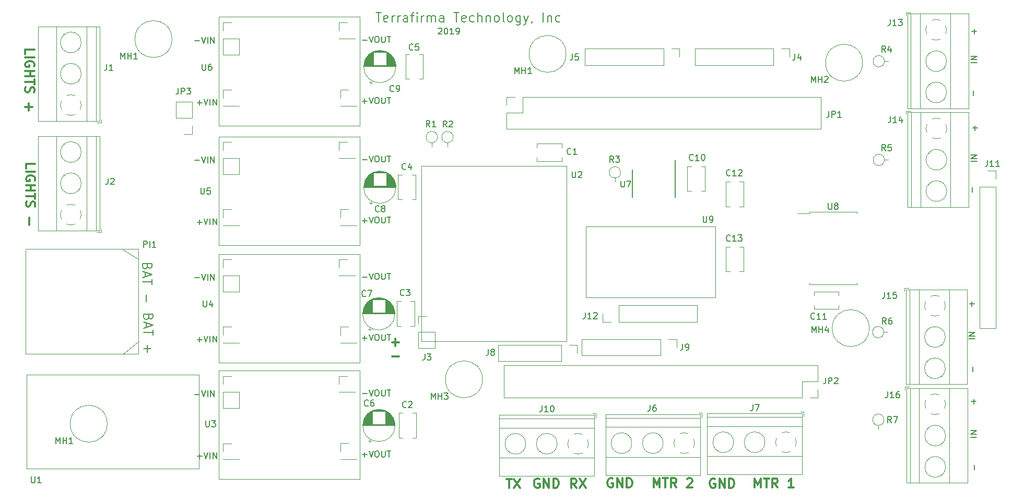
<source format=gbr>
G04 #@! TF.GenerationSoftware,KiCad,Pcbnew,(5.1.4-0-10_14)*
G04 #@! TF.CreationDate,2019-10-14T13:09:17-04:00*
G04 #@! TF.ProjectId,Robot,526f626f-742e-46b6-9963-61645f706362,rev?*
G04 #@! TF.SameCoordinates,Original*
G04 #@! TF.FileFunction,Legend,Top*
G04 #@! TF.FilePolarity,Positive*
%FSLAX46Y46*%
G04 Gerber Fmt 4.6, Leading zero omitted, Abs format (unit mm)*
G04 Created by KiCad (PCBNEW (5.1.4-0-10_14)) date 2019-10-14 13:09:17*
%MOMM*%
%LPD*%
G04 APERTURE LIST*
%ADD10C,0.150000*%
%ADD11C,0.300000*%
%ADD12C,0.120000*%
G04 APERTURE END LIST*
D10*
X3589234Y11102600D02*
X3636853Y11150220D01*
X3732091Y11197839D01*
X3970186Y11197839D01*
X4065424Y11150220D01*
X4113043Y11102600D01*
X4160662Y11007362D01*
X4160662Y10912124D01*
X4113043Y10769267D01*
X3541615Y10197839D01*
X4160662Y10197839D01*
X4779710Y11197839D02*
X4874948Y11197839D01*
X4970186Y11150220D01*
X5017805Y11102600D01*
X5065424Y11007362D01*
X5113043Y10816886D01*
X5113043Y10578791D01*
X5065424Y10388315D01*
X5017805Y10293077D01*
X4970186Y10245458D01*
X4874948Y10197839D01*
X4779710Y10197839D01*
X4684472Y10245458D01*
X4636853Y10293077D01*
X4589234Y10388315D01*
X4541615Y10578791D01*
X4541615Y10816886D01*
X4589234Y11007362D01*
X4636853Y11102600D01*
X4684472Y11150220D01*
X4779710Y11197839D01*
X6065424Y10197839D02*
X5493996Y10197839D01*
X5779710Y10197839D02*
X5779710Y11197839D01*
X5684472Y11054981D01*
X5589234Y10959743D01*
X5493996Y10912124D01*
X6541615Y10197839D02*
X6732091Y10197839D01*
X6827329Y10245458D01*
X6874948Y10293077D01*
X6970186Y10435934D01*
X7017805Y10626410D01*
X7017805Y11007362D01*
X6970186Y11102600D01*
X6922567Y11150220D01*
X6827329Y11197839D01*
X6636853Y11197839D01*
X6541615Y11150220D01*
X6493996Y11102600D01*
X6446377Y11007362D01*
X6446377Y10769267D01*
X6493996Y10674029D01*
X6541615Y10626410D01*
X6636853Y10578791D01*
X6827329Y10578791D01*
X6922567Y10626410D01*
X6970186Y10674029D01*
X7017805Y10769267D01*
X-6549420Y13706848D02*
X-5692277Y13706848D01*
X-6120848Y12206848D02*
X-6120848Y13706848D01*
X-4620848Y12278277D02*
X-4763705Y12206848D01*
X-5049420Y12206848D01*
X-5192277Y12278277D01*
X-5263705Y12421134D01*
X-5263705Y12992562D01*
X-5192277Y13135420D01*
X-5049420Y13206848D01*
X-4763705Y13206848D01*
X-4620848Y13135420D01*
X-4549420Y12992562D01*
X-4549420Y12849705D01*
X-5263705Y12706848D01*
X-3906562Y12206848D02*
X-3906562Y13206848D01*
X-3906562Y12921134D02*
X-3835134Y13063991D01*
X-3763705Y13135420D01*
X-3620848Y13206848D01*
X-3477991Y13206848D01*
X-2977991Y12206848D02*
X-2977991Y13206848D01*
X-2977991Y12921134D02*
X-2906562Y13063991D01*
X-2835134Y13135420D01*
X-2692277Y13206848D01*
X-2549420Y13206848D01*
X-1406562Y12206848D02*
X-1406562Y12992562D01*
X-1477991Y13135420D01*
X-1620848Y13206848D01*
X-1906562Y13206848D01*
X-2049420Y13135420D01*
X-1406562Y12278277D02*
X-1549420Y12206848D01*
X-1906562Y12206848D01*
X-2049420Y12278277D01*
X-2120848Y12421134D01*
X-2120848Y12563991D01*
X-2049420Y12706848D01*
X-1906562Y12778277D01*
X-1549420Y12778277D01*
X-1406562Y12849705D01*
X-906562Y13206848D02*
X-335134Y13206848D01*
X-692277Y12206848D02*
X-692277Y13492562D01*
X-620848Y13635420D01*
X-477991Y13706848D01*
X-335134Y13706848D01*
X164865Y12206848D02*
X164865Y13206848D01*
X164865Y13706848D02*
X93437Y13635420D01*
X164865Y13563991D01*
X236294Y13635420D01*
X164865Y13706848D01*
X164865Y13563991D01*
X879151Y12206848D02*
X879151Y13206848D01*
X879151Y12921134D02*
X950580Y13063991D01*
X1022008Y13135420D01*
X1164865Y13206848D01*
X1307722Y13206848D01*
X1807722Y12206848D02*
X1807722Y13206848D01*
X1807722Y13063991D02*
X1879151Y13135420D01*
X2022008Y13206848D01*
X2236294Y13206848D01*
X2379151Y13135420D01*
X2450580Y12992562D01*
X2450580Y12206848D01*
X2450580Y12992562D02*
X2522008Y13135420D01*
X2664865Y13206848D01*
X2879151Y13206848D01*
X3022008Y13135420D01*
X3093437Y12992562D01*
X3093437Y12206848D01*
X4450580Y12206848D02*
X4450580Y12992562D01*
X4379151Y13135420D01*
X4236294Y13206848D01*
X3950580Y13206848D01*
X3807722Y13135420D01*
X4450580Y12278277D02*
X4307722Y12206848D01*
X3950580Y12206848D01*
X3807722Y12278277D01*
X3736294Y12421134D01*
X3736294Y12563991D01*
X3807722Y12706848D01*
X3950580Y12778277D01*
X4307722Y12778277D01*
X4450580Y12849705D01*
X6093437Y13706848D02*
X6950580Y13706848D01*
X6522008Y12206848D02*
X6522008Y13706848D01*
X8022008Y12278277D02*
X7879151Y12206848D01*
X7593437Y12206848D01*
X7450579Y12278277D01*
X7379151Y12421134D01*
X7379151Y12992562D01*
X7450579Y13135420D01*
X7593437Y13206848D01*
X7879151Y13206848D01*
X8022008Y13135420D01*
X8093437Y12992562D01*
X8093437Y12849705D01*
X7379151Y12706848D01*
X9379151Y12278277D02*
X9236294Y12206848D01*
X8950579Y12206848D01*
X8807722Y12278277D01*
X8736294Y12349705D01*
X8664865Y12492562D01*
X8664865Y12921134D01*
X8736294Y13063991D01*
X8807722Y13135420D01*
X8950579Y13206848D01*
X9236294Y13206848D01*
X9379151Y13135420D01*
X10022008Y12206848D02*
X10022008Y13706848D01*
X10664865Y12206848D02*
X10664865Y12992562D01*
X10593437Y13135420D01*
X10450580Y13206848D01*
X10236294Y13206848D01*
X10093437Y13135420D01*
X10022008Y13063991D01*
X11379151Y13206848D02*
X11379151Y12206848D01*
X11379151Y13063991D02*
X11450580Y13135420D01*
X11593437Y13206848D01*
X11807722Y13206848D01*
X11950580Y13135420D01*
X12022008Y12992562D01*
X12022008Y12206848D01*
X12950580Y12206848D02*
X12807722Y12278277D01*
X12736294Y12349705D01*
X12664865Y12492562D01*
X12664865Y12921134D01*
X12736294Y13063991D01*
X12807722Y13135420D01*
X12950580Y13206848D01*
X13164865Y13206848D01*
X13307722Y13135420D01*
X13379151Y13063991D01*
X13450580Y12921134D01*
X13450580Y12492562D01*
X13379151Y12349705D01*
X13307722Y12278277D01*
X13164865Y12206848D01*
X12950580Y12206848D01*
X14307722Y12206848D02*
X14164865Y12278277D01*
X14093437Y12421134D01*
X14093437Y13706848D01*
X15093437Y12206848D02*
X14950580Y12278277D01*
X14879151Y12349705D01*
X14807722Y12492562D01*
X14807722Y12921134D01*
X14879151Y13063991D01*
X14950580Y13135420D01*
X15093437Y13206848D01*
X15307722Y13206848D01*
X15450580Y13135420D01*
X15522008Y13063991D01*
X15593437Y12921134D01*
X15593437Y12492562D01*
X15522008Y12349705D01*
X15450580Y12278277D01*
X15307722Y12206848D01*
X15093437Y12206848D01*
X16879151Y13206848D02*
X16879151Y11992562D01*
X16807722Y11849705D01*
X16736294Y11778277D01*
X16593437Y11706848D01*
X16379151Y11706848D01*
X16236294Y11778277D01*
X16879151Y12278277D02*
X16736294Y12206848D01*
X16450580Y12206848D01*
X16307722Y12278277D01*
X16236294Y12349705D01*
X16164865Y12492562D01*
X16164865Y12921134D01*
X16236294Y13063991D01*
X16307722Y13135420D01*
X16450580Y13206848D01*
X16736294Y13206848D01*
X16879151Y13135420D01*
X17450580Y13206848D02*
X17807722Y12206848D01*
X18164865Y13206848D02*
X17807722Y12206848D01*
X17664865Y11849705D01*
X17593437Y11778277D01*
X17450580Y11706848D01*
X18807722Y12278277D02*
X18807722Y12206848D01*
X18736294Y12063991D01*
X18664865Y11992562D01*
X20593437Y12206848D02*
X20593437Y13706848D01*
X21307722Y13206848D02*
X21307722Y12206848D01*
X21307722Y13063991D02*
X21379151Y13135420D01*
X21522008Y13206848D01*
X21736294Y13206848D01*
X21879151Y13135420D01*
X21950580Y12992562D01*
X21950580Y12206848D01*
X23307722Y12278277D02*
X23164865Y12206848D01*
X22879151Y12206848D01*
X22736294Y12278277D01*
X22664865Y12349705D01*
X22593437Y12492562D01*
X22593437Y12921134D01*
X22664865Y13063991D01*
X22736294Y13135420D01*
X22879151Y13206848D01*
X23164865Y13206848D01*
X23307722Y13135420D01*
X90310008Y213407D02*
X90310008Y975312D01*
X90114167Y10647371D02*
X90876072Y10647371D01*
X90495120Y10266419D02*
X90495120Y11028323D01*
X90947500Y5579810D02*
X89947500Y5579810D01*
X90947500Y6056000D02*
X89947500Y6056000D01*
X90947500Y6627429D01*
X89947500Y6627429D01*
X90231007Y-5026968D02*
X90992912Y-5026968D01*
X90611960Y-5407920D02*
X90611960Y-4646016D01*
X90929720Y-10439969D02*
X89929720Y-10439969D01*
X90929720Y-9963779D02*
X89929720Y-9963779D01*
X90929720Y-9392350D01*
X89929720Y-9392350D01*
X90167768Y-15392352D02*
X90167768Y-14630447D01*
X89707767Y-33551168D02*
X90469672Y-33551168D01*
X90088720Y-33932120D02*
X90088720Y-33170216D01*
X90614760Y-39241029D02*
X89614760Y-39241029D01*
X90614760Y-38764839D02*
X89614760Y-38764839D01*
X90614760Y-38193410D01*
X89614760Y-38193410D01*
X90289688Y-44521072D02*
X90289688Y-43759167D01*
X89997327Y-49393148D02*
X90759232Y-49393148D01*
X90378280Y-49774100D02*
X90378280Y-49012196D01*
X90873840Y-55171909D02*
X89873840Y-55171909D01*
X90873840Y-54695719D02*
X89873840Y-54695719D01*
X90873840Y-54124290D01*
X89873840Y-54124290D01*
X90538608Y-60441792D02*
X90538608Y-59679887D01*
D11*
X-2763591Y-42050162D02*
X-3906448Y-42050162D01*
X-2783911Y-39809882D02*
X-3926768Y-39809882D01*
X-3355340Y-40381311D02*
X-3355340Y-39238454D01*
X54896297Y-63365771D02*
X54896297Y-61865771D01*
X55396297Y-62937200D01*
X55896297Y-61865771D01*
X55896297Y-63365771D01*
X56396297Y-61865771D02*
X57253440Y-61865771D01*
X56824868Y-63365771D02*
X56824868Y-61865771D01*
X58610582Y-63365771D02*
X58110582Y-62651485D01*
X57753440Y-63365771D02*
X57753440Y-61865771D01*
X58324868Y-61865771D01*
X58467725Y-61937200D01*
X58539154Y-62008628D01*
X58610582Y-62151485D01*
X58610582Y-62365771D01*
X58539154Y-62508628D01*
X58467725Y-62580057D01*
X58324868Y-62651485D01*
X57753440Y-62651485D01*
X61182011Y-63365771D02*
X60324868Y-63365771D01*
X60753440Y-63365771D02*
X60753440Y-61865771D01*
X60610582Y-62080057D01*
X60467725Y-62222914D01*
X60324868Y-62294342D01*
X48443022Y-61985460D02*
X48300165Y-61914031D01*
X48085880Y-61914031D01*
X47871594Y-61985460D01*
X47728737Y-62128317D01*
X47657308Y-62271174D01*
X47585880Y-62556888D01*
X47585880Y-62771174D01*
X47657308Y-63056888D01*
X47728737Y-63199745D01*
X47871594Y-63342602D01*
X48085880Y-63414031D01*
X48228737Y-63414031D01*
X48443022Y-63342602D01*
X48514451Y-63271174D01*
X48514451Y-62771174D01*
X48228737Y-62771174D01*
X49157308Y-63414031D02*
X49157308Y-61914031D01*
X50014451Y-63414031D01*
X50014451Y-61914031D01*
X50728737Y-63414031D02*
X50728737Y-61914031D01*
X51085880Y-61914031D01*
X51300165Y-61985460D01*
X51443022Y-62128317D01*
X51514451Y-62271174D01*
X51585880Y-62556888D01*
X51585880Y-62771174D01*
X51514451Y-63056888D01*
X51443022Y-63199745D01*
X51300165Y-63342602D01*
X51085880Y-63414031D01*
X50728737Y-63414031D01*
X38485357Y-63330211D02*
X38485357Y-61830211D01*
X38985357Y-62901640D01*
X39485357Y-61830211D01*
X39485357Y-63330211D01*
X39985357Y-61830211D02*
X40842500Y-61830211D01*
X40413928Y-63330211D02*
X40413928Y-61830211D01*
X42199642Y-63330211D02*
X41699642Y-62615925D01*
X41342500Y-63330211D02*
X41342500Y-61830211D01*
X41913928Y-61830211D01*
X42056785Y-61901640D01*
X42128214Y-61973068D01*
X42199642Y-62115925D01*
X42199642Y-62330211D01*
X42128214Y-62473068D01*
X42056785Y-62544497D01*
X41913928Y-62615925D01*
X41342500Y-62615925D01*
X43913928Y-61973068D02*
X43985357Y-61901640D01*
X44128214Y-61830211D01*
X44485357Y-61830211D01*
X44628214Y-61901640D01*
X44699642Y-61973068D01*
X44771071Y-62115925D01*
X44771071Y-62258782D01*
X44699642Y-62473068D01*
X43842500Y-63330211D01*
X44771071Y-63330211D01*
X31869522Y-61916880D02*
X31726665Y-61845451D01*
X31512380Y-61845451D01*
X31298094Y-61916880D01*
X31155237Y-62059737D01*
X31083808Y-62202594D01*
X31012380Y-62488308D01*
X31012380Y-62702594D01*
X31083808Y-62988308D01*
X31155237Y-63131165D01*
X31298094Y-63274022D01*
X31512380Y-63345451D01*
X31655237Y-63345451D01*
X31869522Y-63274022D01*
X31940951Y-63202594D01*
X31940951Y-62702594D01*
X31655237Y-62702594D01*
X32583808Y-63345451D02*
X32583808Y-61845451D01*
X33440951Y-63345451D01*
X33440951Y-61845451D01*
X34155237Y-63345451D02*
X34155237Y-61845451D01*
X34512380Y-61845451D01*
X34726665Y-61916880D01*
X34869522Y-62059737D01*
X34940951Y-62202594D01*
X35012380Y-62488308D01*
X35012380Y-62702594D01*
X34940951Y-62988308D01*
X34869522Y-63131165D01*
X34726665Y-63274022D01*
X34512380Y-63345451D01*
X34155237Y-63345451D01*
X25978040Y-63419111D02*
X25478040Y-62704825D01*
X25120897Y-63419111D02*
X25120897Y-61919111D01*
X25692325Y-61919111D01*
X25835182Y-61990540D01*
X25906611Y-62061968D01*
X25978040Y-62204825D01*
X25978040Y-62419111D01*
X25906611Y-62561968D01*
X25835182Y-62633397D01*
X25692325Y-62704825D01*
X25120897Y-62704825D01*
X26478040Y-61919111D02*
X27478040Y-63419111D01*
X27478040Y-61919111D02*
X26478040Y-63419111D01*
X19956922Y-61954980D02*
X19814065Y-61883551D01*
X19599780Y-61883551D01*
X19385494Y-61954980D01*
X19242637Y-62097837D01*
X19171208Y-62240694D01*
X19099780Y-62526408D01*
X19099780Y-62740694D01*
X19171208Y-63026408D01*
X19242637Y-63169265D01*
X19385494Y-63312122D01*
X19599780Y-63383551D01*
X19742637Y-63383551D01*
X19956922Y-63312122D01*
X20028351Y-63240694D01*
X20028351Y-62740694D01*
X19742637Y-62740694D01*
X20671208Y-63383551D02*
X20671208Y-61883551D01*
X21528351Y-63383551D01*
X21528351Y-61883551D01*
X22242637Y-63383551D02*
X22242637Y-61883551D01*
X22599780Y-61883551D01*
X22814065Y-61954980D01*
X22956922Y-62097837D01*
X23028351Y-62240694D01*
X23099780Y-62526408D01*
X23099780Y-62740694D01*
X23028351Y-63026408D01*
X22956922Y-63169265D01*
X22814065Y-63312122D01*
X22599780Y-63383551D01*
X22242637Y-63383551D01*
X14612762Y-61954671D02*
X15469905Y-61954671D01*
X15041334Y-63454671D02*
X15041334Y-61954671D01*
X15827048Y-61954671D02*
X16827048Y-63454671D01*
X16827048Y-61954671D02*
X15827048Y-63454671D01*
D10*
X-43392857Y-35692857D02*
X-43464285Y-35907142D01*
X-43535714Y-35978571D01*
X-43678571Y-36050000D01*
X-43892857Y-36050000D01*
X-44035714Y-35978571D01*
X-44107142Y-35907142D01*
X-44178571Y-35764285D01*
X-44178571Y-35192857D01*
X-42678571Y-35192857D01*
X-42678571Y-35692857D01*
X-42750000Y-35835714D01*
X-42821428Y-35907142D01*
X-42964285Y-35978571D01*
X-43107142Y-35978571D01*
X-43250000Y-35907142D01*
X-43321428Y-35835714D01*
X-43392857Y-35692857D01*
X-43392857Y-35192857D01*
X-43750000Y-36621428D02*
X-43750000Y-37335714D01*
X-44178571Y-36478571D02*
X-42678571Y-36978571D01*
X-44178571Y-37478571D01*
X-42678571Y-37764285D02*
X-42678571Y-38621428D01*
X-44178571Y-38192857D02*
X-42678571Y-38192857D01*
X-43607142Y-40264285D02*
X-43607142Y-41407142D01*
X-44178571Y-40835714D02*
X-43035714Y-40835714D01*
X-43592857Y-27492857D02*
X-43664285Y-27707142D01*
X-43735714Y-27778571D01*
X-43878571Y-27850000D01*
X-44092857Y-27850000D01*
X-44235714Y-27778571D01*
X-44307142Y-27707142D01*
X-44378571Y-27564285D01*
X-44378571Y-26992857D01*
X-42878571Y-26992857D01*
X-42878571Y-27492857D01*
X-42950000Y-27635714D01*
X-43021428Y-27707142D01*
X-43164285Y-27778571D01*
X-43307142Y-27778571D01*
X-43450000Y-27707142D01*
X-43521428Y-27635714D01*
X-43592857Y-27492857D01*
X-43592857Y-26992857D01*
X-43950000Y-28421428D02*
X-43950000Y-29135714D01*
X-44378571Y-28278571D02*
X-42878571Y-28778571D01*
X-44378571Y-29278571D01*
X-42878571Y-29564285D02*
X-42878571Y-30421428D01*
X-44378571Y-29992857D02*
X-42878571Y-29992857D01*
X-43807142Y-32064285D02*
X-43807142Y-33207142D01*
D11*
X-63278571Y-11585714D02*
X-63278571Y-10871428D01*
X-61778571Y-10871428D01*
X-63278571Y-12085714D02*
X-61778571Y-12085714D01*
X-61850000Y-13585714D02*
X-61778571Y-13442857D01*
X-61778571Y-13228571D01*
X-61850000Y-13014285D01*
X-61992857Y-12871428D01*
X-62135714Y-12800000D01*
X-62421428Y-12728571D01*
X-62635714Y-12728571D01*
X-62921428Y-12800000D01*
X-63064285Y-12871428D01*
X-63207142Y-13014285D01*
X-63278571Y-13228571D01*
X-63278571Y-13371428D01*
X-63207142Y-13585714D01*
X-63135714Y-13657142D01*
X-62635714Y-13657142D01*
X-62635714Y-13371428D01*
X-63278571Y-14300000D02*
X-61778571Y-14300000D01*
X-62492857Y-14300000D02*
X-62492857Y-15157142D01*
X-63278571Y-15157142D02*
X-61778571Y-15157142D01*
X-61778571Y-15657142D02*
X-61778571Y-16514285D01*
X-63278571Y-16085714D02*
X-61778571Y-16085714D01*
X-63207142Y-16942857D02*
X-63278571Y-17157142D01*
X-63278571Y-17514285D01*
X-63207142Y-17657142D01*
X-63135714Y-17728571D01*
X-62992857Y-17800000D01*
X-62850000Y-17800000D01*
X-62707142Y-17728571D01*
X-62635714Y-17657142D01*
X-62564285Y-17514285D01*
X-62492857Y-17228571D01*
X-62421428Y-17085714D01*
X-62350000Y-17014285D01*
X-62207142Y-16942857D01*
X-62064285Y-16942857D01*
X-61921428Y-17014285D01*
X-61850000Y-17085714D01*
X-61778571Y-17228571D01*
X-61778571Y-17585714D01*
X-61850000Y-17800000D01*
X-62707142Y-19585714D02*
X-62707142Y-20728571D01*
X-63378571Y6964285D02*
X-63378571Y7678571D01*
X-61878571Y7678571D01*
X-63378571Y6464285D02*
X-61878571Y6464285D01*
X-61950000Y4964285D02*
X-61878571Y5107142D01*
X-61878571Y5321428D01*
X-61950000Y5535714D01*
X-62092857Y5678571D01*
X-62235714Y5750000D01*
X-62521428Y5821428D01*
X-62735714Y5821428D01*
X-63021428Y5750000D01*
X-63164285Y5678571D01*
X-63307142Y5535714D01*
X-63378571Y5321428D01*
X-63378571Y5178571D01*
X-63307142Y4964285D01*
X-63235714Y4892857D01*
X-62735714Y4892857D01*
X-62735714Y5178571D01*
X-63378571Y4250000D02*
X-61878571Y4250000D01*
X-62592857Y4250000D02*
X-62592857Y3392857D01*
X-63378571Y3392857D02*
X-61878571Y3392857D01*
X-61878571Y2892857D02*
X-61878571Y2035714D01*
X-63378571Y2464285D02*
X-61878571Y2464285D01*
X-63307142Y1607142D02*
X-63378571Y1392857D01*
X-63378571Y1035714D01*
X-63307142Y892857D01*
X-63235714Y821428D01*
X-63092857Y750000D01*
X-62950000Y750000D01*
X-62807142Y821428D01*
X-62735714Y892857D01*
X-62664285Y1035714D01*
X-62592857Y1321428D01*
X-62521428Y1464285D01*
X-62450000Y1535714D01*
X-62307142Y1607142D01*
X-62164285Y1607142D01*
X-62021428Y1535714D01*
X-61950000Y1464285D01*
X-61878571Y1321428D01*
X-61878571Y964285D01*
X-61950000Y749999D01*
X-62807142Y-1035714D02*
X-62807142Y-2178571D01*
X-63378571Y-1607142D02*
X-62235714Y-1607142D01*
D12*
X24300000Y7000000D02*
G75*
G03X24300000Y7000000I-3000000J0D01*
G01*
X-50100000Y-53000000D02*
G75*
G03X-50100000Y-53000000I-3000000J0D01*
G01*
X-35200000Y-45080000D02*
X-35200000Y-60320000D01*
X-63200000Y-45080000D02*
X-35200000Y-45080000D01*
X-63200000Y-60320000D02*
X-63200000Y-45080000D01*
X-35200000Y-60320000D02*
X-63200000Y-60320000D01*
X10741920Y-45803820D02*
G75*
G03X10741920Y-45803820I-3000000J0D01*
G01*
X-39598340Y9395460D02*
G75*
G03X-39598340Y9395460I-3000000J0D01*
G01*
X72372480Y5570220D02*
G75*
G03X72372480Y5570220I-3000000J0D01*
G01*
X73457060Y-37492940D02*
G75*
G03X73457060Y-37492940I-3000000J0D01*
G01*
X850000Y-11150000D02*
X24350000Y-11150000D01*
X850000Y-39650000D02*
X850000Y-11150000D01*
X24350000Y-39650000D02*
X850000Y-39650000D01*
X24350000Y-11150000D02*
X24350000Y-39650000D01*
X-7625000Y2395225D02*
X-7125000Y2395225D01*
X-7375000Y2145225D02*
X-7375000Y2645225D01*
X-6184000Y7551000D02*
X-5616000Y7551000D01*
X-6418000Y7511000D02*
X-5382000Y7511000D01*
X-6577000Y7471000D02*
X-5223000Y7471000D01*
X-6705000Y7431000D02*
X-5095000Y7431000D01*
X-6815000Y7391000D02*
X-4985000Y7391000D01*
X-6911000Y7351000D02*
X-4889000Y7351000D01*
X-6998000Y7311000D02*
X-4802000Y7311000D01*
X-7078000Y7271000D02*
X-4722000Y7271000D01*
X-4860000Y7231000D02*
X-4649000Y7231000D01*
X-7151000Y7231000D02*
X-6940000Y7231000D01*
X-4860000Y7191000D02*
X-4581000Y7191000D01*
X-7219000Y7191000D02*
X-6940000Y7191000D01*
X-4860000Y7151000D02*
X-4517000Y7151000D01*
X-7283000Y7151000D02*
X-6940000Y7151000D01*
X-4860000Y7111000D02*
X-4457000Y7111000D01*
X-7343000Y7111000D02*
X-6940000Y7111000D01*
X-4860000Y7071000D02*
X-4400000Y7071000D01*
X-7400000Y7071000D02*
X-6940000Y7071000D01*
X-4860000Y7031000D02*
X-4346000Y7031000D01*
X-7454000Y7031000D02*
X-6940000Y7031000D01*
X-4860000Y6991000D02*
X-4295000Y6991000D01*
X-7505000Y6991000D02*
X-6940000Y6991000D01*
X-4860000Y6951000D02*
X-4247000Y6951000D01*
X-7553000Y6951000D02*
X-6940000Y6951000D01*
X-4860000Y6911000D02*
X-4201000Y6911000D01*
X-7599000Y6911000D02*
X-6940000Y6911000D01*
X-4860000Y6871000D02*
X-4157000Y6871000D01*
X-7643000Y6871000D02*
X-6940000Y6871000D01*
X-4860000Y6831000D02*
X-4115000Y6831000D01*
X-7685000Y6831000D02*
X-6940000Y6831000D01*
X-4860000Y6791000D02*
X-4074000Y6791000D01*
X-7726000Y6791000D02*
X-6940000Y6791000D01*
X-4860000Y6751000D02*
X-4036000Y6751000D01*
X-7764000Y6751000D02*
X-6940000Y6751000D01*
X-4860000Y6711000D02*
X-3999000Y6711000D01*
X-7801000Y6711000D02*
X-6940000Y6711000D01*
X-4860000Y6671000D02*
X-3963000Y6671000D01*
X-7837000Y6671000D02*
X-6940000Y6671000D01*
X-4860000Y6631000D02*
X-3929000Y6631000D01*
X-7871000Y6631000D02*
X-6940000Y6631000D01*
X-4860000Y6591000D02*
X-3896000Y6591000D01*
X-7904000Y6591000D02*
X-6940000Y6591000D01*
X-4860000Y6551000D02*
X-3865000Y6551000D01*
X-7935000Y6551000D02*
X-6940000Y6551000D01*
X-4860000Y6511000D02*
X-3835000Y6511000D01*
X-7965000Y6511000D02*
X-6940000Y6511000D01*
X-4860000Y6471000D02*
X-3805000Y6471000D01*
X-7995000Y6471000D02*
X-6940000Y6471000D01*
X-4860000Y6431000D02*
X-3778000Y6431000D01*
X-8022000Y6431000D02*
X-6940000Y6431000D01*
X-4860000Y6391000D02*
X-3751000Y6391000D01*
X-8049000Y6391000D02*
X-6940000Y6391000D01*
X-4860000Y6351000D02*
X-3725000Y6351000D01*
X-8075000Y6351000D02*
X-6940000Y6351000D01*
X-4860000Y6311000D02*
X-3700000Y6311000D01*
X-8100000Y6311000D02*
X-6940000Y6311000D01*
X-4860000Y6271000D02*
X-3676000Y6271000D01*
X-8124000Y6271000D02*
X-6940000Y6271000D01*
X-4860000Y6231000D02*
X-3653000Y6231000D01*
X-8147000Y6231000D02*
X-6940000Y6231000D01*
X-4860000Y6191000D02*
X-3632000Y6191000D01*
X-8168000Y6191000D02*
X-6940000Y6191000D01*
X-4860000Y6151000D02*
X-3610000Y6151000D01*
X-8190000Y6151000D02*
X-6940000Y6151000D01*
X-4860000Y6111000D02*
X-3590000Y6111000D01*
X-8210000Y6111000D02*
X-6940000Y6111000D01*
X-4860000Y6071000D02*
X-3571000Y6071000D01*
X-8229000Y6071000D02*
X-6940000Y6071000D01*
X-4860000Y6031000D02*
X-3552000Y6031000D01*
X-8248000Y6031000D02*
X-6940000Y6031000D01*
X-4860000Y5991000D02*
X-3535000Y5991000D01*
X-8265000Y5991000D02*
X-6940000Y5991000D01*
X-4860000Y5951000D02*
X-3518000Y5951000D01*
X-8282000Y5951000D02*
X-6940000Y5951000D01*
X-4860000Y5911000D02*
X-3502000Y5911000D01*
X-8298000Y5911000D02*
X-6940000Y5911000D01*
X-4860000Y5871000D02*
X-3486000Y5871000D01*
X-8314000Y5871000D02*
X-6940000Y5871000D01*
X-4860000Y5831000D02*
X-3472000Y5831000D01*
X-8328000Y5831000D02*
X-6940000Y5831000D01*
X-4860000Y5791000D02*
X-3458000Y5791000D01*
X-8342000Y5791000D02*
X-6940000Y5791000D01*
X-4860000Y5751000D02*
X-3445000Y5751000D01*
X-8355000Y5751000D02*
X-6940000Y5751000D01*
X-4860000Y5711000D02*
X-3432000Y5711000D01*
X-8368000Y5711000D02*
X-6940000Y5711000D01*
X-4860000Y5671000D02*
X-3420000Y5671000D01*
X-8380000Y5671000D02*
X-6940000Y5671000D01*
X-4860000Y5630000D02*
X-3409000Y5630000D01*
X-8391000Y5630000D02*
X-6940000Y5630000D01*
X-4860000Y5590000D02*
X-3399000Y5590000D01*
X-8401000Y5590000D02*
X-6940000Y5590000D01*
X-4860000Y5550000D02*
X-3389000Y5550000D01*
X-8411000Y5550000D02*
X-6940000Y5550000D01*
X-4860000Y5510000D02*
X-3380000Y5510000D01*
X-8420000Y5510000D02*
X-6940000Y5510000D01*
X-4860000Y5470000D02*
X-3372000Y5470000D01*
X-8428000Y5470000D02*
X-6940000Y5470000D01*
X-4860000Y5430000D02*
X-3364000Y5430000D01*
X-8436000Y5430000D02*
X-6940000Y5430000D01*
X-4860000Y5390000D02*
X-3357000Y5390000D01*
X-8443000Y5390000D02*
X-6940000Y5390000D01*
X-4860000Y5350000D02*
X-3350000Y5350000D01*
X-8450000Y5350000D02*
X-6940000Y5350000D01*
X-4860000Y5310000D02*
X-3344000Y5310000D01*
X-8456000Y5310000D02*
X-6940000Y5310000D01*
X-4860000Y5270000D02*
X-3339000Y5270000D01*
X-8461000Y5270000D02*
X-6940000Y5270000D01*
X-4860000Y5230000D02*
X-3335000Y5230000D01*
X-8465000Y5230000D02*
X-6940000Y5230000D01*
X-4860000Y5190000D02*
X-3331000Y5190000D01*
X-8469000Y5190000D02*
X-6940000Y5190000D01*
X-8473000Y5150000D02*
X-3327000Y5150000D01*
X-8476000Y5110000D02*
X-3324000Y5110000D01*
X-8478000Y5070000D02*
X-3322000Y5070000D01*
X-8479000Y5030000D02*
X-3321000Y5030000D01*
X-8480000Y4990000D02*
X-3320000Y4990000D01*
X-8480000Y4950000D02*
X-3320000Y4950000D01*
X-3280000Y4950000D02*
G75*
G03X-3280000Y4950000I-2620000J0D01*
G01*
X26105160Y-40186300D02*
X26105160Y-41516300D01*
X24775160Y-40186300D02*
X26105160Y-40186300D01*
X23505160Y-40186300D02*
X23505160Y-42846300D01*
X23505160Y-42846300D02*
X13285160Y-42846300D01*
X23505160Y-40186300D02*
X13285160Y-40186300D01*
X13285160Y-40186300D02*
X13285160Y-42846300D01*
X63740000Y-18860000D02*
X61925000Y-18860000D01*
X63740000Y-18615000D02*
X63740000Y-18860000D01*
X67600000Y-18615000D02*
X63740000Y-18615000D01*
X71460000Y-18615000D02*
X71460000Y-18860000D01*
X67600000Y-18615000D02*
X71460000Y-18615000D01*
X63740000Y-30385000D02*
X63740000Y-30140000D01*
X67600000Y-30385000D02*
X63740000Y-30385000D01*
X71460000Y-30385000D02*
X71460000Y-30140000D01*
X67600000Y-30385000D02*
X71460000Y-30385000D01*
X74932540Y-53277020D02*
X74932540Y-53897020D01*
X75852540Y-52357020D02*
G75*
G03X75852540Y-52357020I-920000J0D01*
G01*
X75820000Y-38150000D02*
X76440000Y-38150000D01*
X75820000Y-38150000D02*
G75*
G03X75820000Y-38150000I-920000J0D01*
G01*
X75920000Y-10200000D02*
X76540000Y-10200000D01*
X75920000Y-10200000D02*
G75*
G03X75920000Y-10200000I-920000J0D01*
G01*
X75920000Y5800000D02*
X76540000Y5800000D01*
X75920000Y5800000D02*
G75*
G03X75920000Y5800000I-920000J0D01*
G01*
D10*
X41950000Y-10250000D02*
X41950000Y-16225000D01*
X35050000Y-11775000D02*
X35050000Y-16225000D01*
D12*
X-9180000Y-2250000D02*
X-9180000Y-4663000D01*
X-32040000Y-4663000D02*
X-32040000Y-2250000D01*
X-32040000Y-4663000D02*
X-9180000Y-4663000D01*
X-32040000Y-2250000D02*
X-32040000Y12990000D01*
X-9180000Y12990000D02*
X-9180000Y-2250000D01*
X-32040000Y12990000D02*
X-9180000Y12990000D01*
X-12321400Y-1415600D02*
X-9661400Y-1415600D01*
X-12321400Y1184400D02*
X-10991400Y1184400D01*
X-12321400Y-145600D02*
X-12321400Y1184400D01*
X-31330000Y-1441000D02*
X-28670000Y-1441000D01*
X-31330000Y-171000D02*
X-31330000Y1159000D01*
X-31330000Y1159000D02*
X-30000000Y1159000D01*
X-12550000Y9480000D02*
X-9890000Y9480000D01*
X-12550000Y12080000D02*
X-11220000Y12080000D01*
X-12550000Y10750000D02*
X-12550000Y12080000D01*
X-31330000Y12080000D02*
X-30000000Y12080000D01*
X-31330000Y10750000D02*
X-31330000Y12080000D01*
X-31330000Y9480000D02*
X-28670000Y9480000D01*
X-28670000Y9480000D02*
X-28670000Y6880000D01*
X-31330000Y9480000D02*
X-31330000Y6880000D01*
X-31330000Y6880000D02*
X-28670000Y6880000D01*
X-9180000Y-21653500D02*
X-9180000Y-24066500D01*
X-32040000Y-24066500D02*
X-32040000Y-21653500D01*
X-32040000Y-24066500D02*
X-9180000Y-24066500D01*
X-32040000Y-21653500D02*
X-32040000Y-6413500D01*
X-9180000Y-6413500D02*
X-9180000Y-21653500D01*
X-32040000Y-6413500D02*
X-9180000Y-6413500D01*
X-12321400Y-20819100D02*
X-9661400Y-20819100D01*
X-12321400Y-18219100D02*
X-10991400Y-18219100D01*
X-12321400Y-19549100D02*
X-12321400Y-18219100D01*
X-31330000Y-20844500D02*
X-28670000Y-20844500D01*
X-31330000Y-19574500D02*
X-31330000Y-18244500D01*
X-31330000Y-18244500D02*
X-30000000Y-18244500D01*
X-12550000Y-9923500D02*
X-9890000Y-9923500D01*
X-12550000Y-7323500D02*
X-11220000Y-7323500D01*
X-12550000Y-8653500D02*
X-12550000Y-7323500D01*
X-31330000Y-7323500D02*
X-30000000Y-7323500D01*
X-31330000Y-8653500D02*
X-31330000Y-7323500D01*
X-31330000Y-9923500D02*
X-28670000Y-9923500D01*
X-28670000Y-9923500D02*
X-28670000Y-12523500D01*
X-31330000Y-9923500D02*
X-31330000Y-12523500D01*
X-31330000Y-12523500D02*
X-28670000Y-12523500D01*
X-9180000Y-40700000D02*
X-9180000Y-43113000D01*
X-32040000Y-43113000D02*
X-32040000Y-40700000D01*
X-32040000Y-43113000D02*
X-9180000Y-43113000D01*
X-32040000Y-40700000D02*
X-32040000Y-25460000D01*
X-9180000Y-25460000D02*
X-9180000Y-40700000D01*
X-32040000Y-25460000D02*
X-9180000Y-25460000D01*
X-12321400Y-39865600D02*
X-9661400Y-39865600D01*
X-12321400Y-37265600D02*
X-10991400Y-37265600D01*
X-12321400Y-38595600D02*
X-12321400Y-37265600D01*
X-31330000Y-39891000D02*
X-28670000Y-39891000D01*
X-31330000Y-38621000D02*
X-31330000Y-37291000D01*
X-31330000Y-37291000D02*
X-30000000Y-37291000D01*
X-12550000Y-28970000D02*
X-9890000Y-28970000D01*
X-12550000Y-26370000D02*
X-11220000Y-26370000D01*
X-12550000Y-27700000D02*
X-12550000Y-26370000D01*
X-31330000Y-26370000D02*
X-30000000Y-26370000D01*
X-31330000Y-27700000D02*
X-31330000Y-26370000D01*
X-31330000Y-28970000D02*
X-28670000Y-28970000D01*
X-28670000Y-28970000D02*
X-28670000Y-31570000D01*
X-31330000Y-28970000D02*
X-31330000Y-31570000D01*
X-31330000Y-31570000D02*
X-28670000Y-31570000D01*
X-9180000Y-59600000D02*
X-9180000Y-62013000D01*
X-32040000Y-62013000D02*
X-32040000Y-59600000D01*
X-32040000Y-62013000D02*
X-9180000Y-62013000D01*
X-32040000Y-59600000D02*
X-32040000Y-44360000D01*
X-9180000Y-44360000D02*
X-9180000Y-59600000D01*
X-32040000Y-44360000D02*
X-9180000Y-44360000D01*
X-12321400Y-58765600D02*
X-9661400Y-58765600D01*
X-12321400Y-56165600D02*
X-10991400Y-56165600D01*
X-12321400Y-57495600D02*
X-12321400Y-56165600D01*
X-31330000Y-58791000D02*
X-28670000Y-58791000D01*
X-31330000Y-57521000D02*
X-31330000Y-56191000D01*
X-31330000Y-56191000D02*
X-30000000Y-56191000D01*
X-12550000Y-47870000D02*
X-9890000Y-47870000D01*
X-12550000Y-45270000D02*
X-11220000Y-45270000D01*
X-12550000Y-46600000D02*
X-12550000Y-45270000D01*
X-31330000Y-45270000D02*
X-30000000Y-45270000D01*
X-31330000Y-46600000D02*
X-31330000Y-45270000D01*
X-31330000Y-47870000D02*
X-28670000Y-47870000D01*
X-28670000Y-47870000D02*
X-28670000Y-50470000D01*
X-31330000Y-47870000D02*
X-31330000Y-50470000D01*
X-31330000Y-50470000D02*
X-28670000Y-50470000D01*
X27500000Y-21000000D02*
X27500000Y-32500000D01*
X48500000Y-21000000D02*
X27500000Y-21000000D01*
X48500000Y-32500000D02*
X48500000Y-21000000D01*
X27500000Y-32500000D02*
X48500000Y-32500000D01*
X65130000Y-47410000D02*
X65130000Y-48740000D01*
X65130000Y-48740000D02*
X63800000Y-48740000D01*
X65130000Y-46140000D02*
X62530000Y-46140000D01*
X62530000Y-46140000D02*
X62530000Y-48740000D01*
X62530000Y-48740000D02*
X14210000Y-48740000D01*
X14210000Y-43540000D02*
X14210000Y-48740000D01*
X65130000Y-43540000D02*
X14210000Y-43540000D01*
X65130000Y-43540000D02*
X65130000Y-46140000D01*
X32222440Y-13139940D02*
X32222440Y-13759940D01*
X33142440Y-12219940D02*
G75*
G03X33142440Y-12219940I-920000J0D01*
G01*
X5067300Y-7417320D02*
X5067300Y-8037320D01*
X5987300Y-6497320D02*
G75*
G03X5987300Y-6497320I-920000J0D01*
G01*
X2532380Y-7427480D02*
X2532380Y-8047480D01*
X3452380Y-6507480D02*
G75*
G03X3452380Y-6507480I-920000J0D01*
G01*
X42231360Y-39289220D02*
X42231360Y-40619220D01*
X40901360Y-39289220D02*
X42231360Y-39289220D01*
X39631360Y-39289220D02*
X39631360Y-41949220D01*
X39631360Y-41949220D02*
X26871360Y-41949220D01*
X39631360Y-39289220D02*
X26871360Y-39289220D01*
X26871360Y-39289220D02*
X26871360Y-41949220D01*
X42710000Y7830000D02*
X42710000Y6500000D01*
X41380000Y7830000D02*
X42710000Y7830000D01*
X40110000Y7830000D02*
X40110000Y5170000D01*
X40110000Y5170000D02*
X27350000Y5170000D01*
X40110000Y7830000D02*
X27350000Y7830000D01*
X27350000Y7830000D02*
X27350000Y5170000D01*
X60530000Y7830000D02*
X60530000Y6500000D01*
X59200000Y7830000D02*
X60530000Y7830000D01*
X57930000Y7830000D02*
X57930000Y5170000D01*
X57930000Y5170000D02*
X45170000Y5170000D01*
X57930000Y7830000D02*
X45170000Y7830000D01*
X45170000Y7830000D02*
X45170000Y5170000D01*
X-7625420Y-17177235D02*
X-7125420Y-17177235D01*
X-7375420Y-17427235D02*
X-7375420Y-16927235D01*
X-6184420Y-12021460D02*
X-5616420Y-12021460D01*
X-6418420Y-12061460D02*
X-5382420Y-12061460D01*
X-6577420Y-12101460D02*
X-5223420Y-12101460D01*
X-6705420Y-12141460D02*
X-5095420Y-12141460D01*
X-6815420Y-12181460D02*
X-4985420Y-12181460D01*
X-6911420Y-12221460D02*
X-4889420Y-12221460D01*
X-6998420Y-12261460D02*
X-4802420Y-12261460D01*
X-7078420Y-12301460D02*
X-4722420Y-12301460D01*
X-4860420Y-12341460D02*
X-4649420Y-12341460D01*
X-7151420Y-12341460D02*
X-6940420Y-12341460D01*
X-4860420Y-12381460D02*
X-4581420Y-12381460D01*
X-7219420Y-12381460D02*
X-6940420Y-12381460D01*
X-4860420Y-12421460D02*
X-4517420Y-12421460D01*
X-7283420Y-12421460D02*
X-6940420Y-12421460D01*
X-4860420Y-12461460D02*
X-4457420Y-12461460D01*
X-7343420Y-12461460D02*
X-6940420Y-12461460D01*
X-4860420Y-12501460D02*
X-4400420Y-12501460D01*
X-7400420Y-12501460D02*
X-6940420Y-12501460D01*
X-4860420Y-12541460D02*
X-4346420Y-12541460D01*
X-7454420Y-12541460D02*
X-6940420Y-12541460D01*
X-4860420Y-12581460D02*
X-4295420Y-12581460D01*
X-7505420Y-12581460D02*
X-6940420Y-12581460D01*
X-4860420Y-12621460D02*
X-4247420Y-12621460D01*
X-7553420Y-12621460D02*
X-6940420Y-12621460D01*
X-4860420Y-12661460D02*
X-4201420Y-12661460D01*
X-7599420Y-12661460D02*
X-6940420Y-12661460D01*
X-4860420Y-12701460D02*
X-4157420Y-12701460D01*
X-7643420Y-12701460D02*
X-6940420Y-12701460D01*
X-4860420Y-12741460D02*
X-4115420Y-12741460D01*
X-7685420Y-12741460D02*
X-6940420Y-12741460D01*
X-4860420Y-12781460D02*
X-4074420Y-12781460D01*
X-7726420Y-12781460D02*
X-6940420Y-12781460D01*
X-4860420Y-12821460D02*
X-4036420Y-12821460D01*
X-7764420Y-12821460D02*
X-6940420Y-12821460D01*
X-4860420Y-12861460D02*
X-3999420Y-12861460D01*
X-7801420Y-12861460D02*
X-6940420Y-12861460D01*
X-4860420Y-12901460D02*
X-3963420Y-12901460D01*
X-7837420Y-12901460D02*
X-6940420Y-12901460D01*
X-4860420Y-12941460D02*
X-3929420Y-12941460D01*
X-7871420Y-12941460D02*
X-6940420Y-12941460D01*
X-4860420Y-12981460D02*
X-3896420Y-12981460D01*
X-7904420Y-12981460D02*
X-6940420Y-12981460D01*
X-4860420Y-13021460D02*
X-3865420Y-13021460D01*
X-7935420Y-13021460D02*
X-6940420Y-13021460D01*
X-4860420Y-13061460D02*
X-3835420Y-13061460D01*
X-7965420Y-13061460D02*
X-6940420Y-13061460D01*
X-4860420Y-13101460D02*
X-3805420Y-13101460D01*
X-7995420Y-13101460D02*
X-6940420Y-13101460D01*
X-4860420Y-13141460D02*
X-3778420Y-13141460D01*
X-8022420Y-13141460D02*
X-6940420Y-13141460D01*
X-4860420Y-13181460D02*
X-3751420Y-13181460D01*
X-8049420Y-13181460D02*
X-6940420Y-13181460D01*
X-4860420Y-13221460D02*
X-3725420Y-13221460D01*
X-8075420Y-13221460D02*
X-6940420Y-13221460D01*
X-4860420Y-13261460D02*
X-3700420Y-13261460D01*
X-8100420Y-13261460D02*
X-6940420Y-13261460D01*
X-4860420Y-13301460D02*
X-3676420Y-13301460D01*
X-8124420Y-13301460D02*
X-6940420Y-13301460D01*
X-4860420Y-13341460D02*
X-3653420Y-13341460D01*
X-8147420Y-13341460D02*
X-6940420Y-13341460D01*
X-4860420Y-13381460D02*
X-3632420Y-13381460D01*
X-8168420Y-13381460D02*
X-6940420Y-13381460D01*
X-4860420Y-13421460D02*
X-3610420Y-13421460D01*
X-8190420Y-13421460D02*
X-6940420Y-13421460D01*
X-4860420Y-13461460D02*
X-3590420Y-13461460D01*
X-8210420Y-13461460D02*
X-6940420Y-13461460D01*
X-4860420Y-13501460D02*
X-3571420Y-13501460D01*
X-8229420Y-13501460D02*
X-6940420Y-13501460D01*
X-4860420Y-13541460D02*
X-3552420Y-13541460D01*
X-8248420Y-13541460D02*
X-6940420Y-13541460D01*
X-4860420Y-13581460D02*
X-3535420Y-13581460D01*
X-8265420Y-13581460D02*
X-6940420Y-13581460D01*
X-4860420Y-13621460D02*
X-3518420Y-13621460D01*
X-8282420Y-13621460D02*
X-6940420Y-13621460D01*
X-4860420Y-13661460D02*
X-3502420Y-13661460D01*
X-8298420Y-13661460D02*
X-6940420Y-13661460D01*
X-4860420Y-13701460D02*
X-3486420Y-13701460D01*
X-8314420Y-13701460D02*
X-6940420Y-13701460D01*
X-4860420Y-13741460D02*
X-3472420Y-13741460D01*
X-8328420Y-13741460D02*
X-6940420Y-13741460D01*
X-4860420Y-13781460D02*
X-3458420Y-13781460D01*
X-8342420Y-13781460D02*
X-6940420Y-13781460D01*
X-4860420Y-13821460D02*
X-3445420Y-13821460D01*
X-8355420Y-13821460D02*
X-6940420Y-13821460D01*
X-4860420Y-13861460D02*
X-3432420Y-13861460D01*
X-8368420Y-13861460D02*
X-6940420Y-13861460D01*
X-4860420Y-13901460D02*
X-3420420Y-13901460D01*
X-8380420Y-13901460D02*
X-6940420Y-13901460D01*
X-4860420Y-13942460D02*
X-3409420Y-13942460D01*
X-8391420Y-13942460D02*
X-6940420Y-13942460D01*
X-4860420Y-13982460D02*
X-3399420Y-13982460D01*
X-8401420Y-13982460D02*
X-6940420Y-13982460D01*
X-4860420Y-14022460D02*
X-3389420Y-14022460D01*
X-8411420Y-14022460D02*
X-6940420Y-14022460D01*
X-4860420Y-14062460D02*
X-3380420Y-14062460D01*
X-8420420Y-14062460D02*
X-6940420Y-14062460D01*
X-4860420Y-14102460D02*
X-3372420Y-14102460D01*
X-8428420Y-14102460D02*
X-6940420Y-14102460D01*
X-4860420Y-14142460D02*
X-3364420Y-14142460D01*
X-8436420Y-14142460D02*
X-6940420Y-14142460D01*
X-4860420Y-14182460D02*
X-3357420Y-14182460D01*
X-8443420Y-14182460D02*
X-6940420Y-14182460D01*
X-4860420Y-14222460D02*
X-3350420Y-14222460D01*
X-8450420Y-14222460D02*
X-6940420Y-14222460D01*
X-4860420Y-14262460D02*
X-3344420Y-14262460D01*
X-8456420Y-14262460D02*
X-6940420Y-14262460D01*
X-4860420Y-14302460D02*
X-3339420Y-14302460D01*
X-8461420Y-14302460D02*
X-6940420Y-14302460D01*
X-4860420Y-14342460D02*
X-3335420Y-14342460D01*
X-8465420Y-14342460D02*
X-6940420Y-14342460D01*
X-4860420Y-14382460D02*
X-3331420Y-14382460D01*
X-8469420Y-14382460D02*
X-6940420Y-14382460D01*
X-8473420Y-14422460D02*
X-3327420Y-14422460D01*
X-8476420Y-14462460D02*
X-3324420Y-14462460D01*
X-8478420Y-14502460D02*
X-3322420Y-14502460D01*
X-8479420Y-14542460D02*
X-3321420Y-14542460D01*
X-8480420Y-14582460D02*
X-3320420Y-14582460D01*
X-8480420Y-14622460D02*
X-3320420Y-14622460D01*
X-3280420Y-14622460D02*
G75*
G03X-3280420Y-14622460I-2620000J0D01*
G01*
X-7800680Y-37718215D02*
X-7300680Y-37718215D01*
X-7550680Y-37968215D02*
X-7550680Y-37468215D01*
X-6359680Y-32562440D02*
X-5791680Y-32562440D01*
X-6593680Y-32602440D02*
X-5557680Y-32602440D01*
X-6752680Y-32642440D02*
X-5398680Y-32642440D01*
X-6880680Y-32682440D02*
X-5270680Y-32682440D01*
X-6990680Y-32722440D02*
X-5160680Y-32722440D01*
X-7086680Y-32762440D02*
X-5064680Y-32762440D01*
X-7173680Y-32802440D02*
X-4977680Y-32802440D01*
X-7253680Y-32842440D02*
X-4897680Y-32842440D01*
X-5035680Y-32882440D02*
X-4824680Y-32882440D01*
X-7326680Y-32882440D02*
X-7115680Y-32882440D01*
X-5035680Y-32922440D02*
X-4756680Y-32922440D01*
X-7394680Y-32922440D02*
X-7115680Y-32922440D01*
X-5035680Y-32962440D02*
X-4692680Y-32962440D01*
X-7458680Y-32962440D02*
X-7115680Y-32962440D01*
X-5035680Y-33002440D02*
X-4632680Y-33002440D01*
X-7518680Y-33002440D02*
X-7115680Y-33002440D01*
X-5035680Y-33042440D02*
X-4575680Y-33042440D01*
X-7575680Y-33042440D02*
X-7115680Y-33042440D01*
X-5035680Y-33082440D02*
X-4521680Y-33082440D01*
X-7629680Y-33082440D02*
X-7115680Y-33082440D01*
X-5035680Y-33122440D02*
X-4470680Y-33122440D01*
X-7680680Y-33122440D02*
X-7115680Y-33122440D01*
X-5035680Y-33162440D02*
X-4422680Y-33162440D01*
X-7728680Y-33162440D02*
X-7115680Y-33162440D01*
X-5035680Y-33202440D02*
X-4376680Y-33202440D01*
X-7774680Y-33202440D02*
X-7115680Y-33202440D01*
X-5035680Y-33242440D02*
X-4332680Y-33242440D01*
X-7818680Y-33242440D02*
X-7115680Y-33242440D01*
X-5035680Y-33282440D02*
X-4290680Y-33282440D01*
X-7860680Y-33282440D02*
X-7115680Y-33282440D01*
X-5035680Y-33322440D02*
X-4249680Y-33322440D01*
X-7901680Y-33322440D02*
X-7115680Y-33322440D01*
X-5035680Y-33362440D02*
X-4211680Y-33362440D01*
X-7939680Y-33362440D02*
X-7115680Y-33362440D01*
X-5035680Y-33402440D02*
X-4174680Y-33402440D01*
X-7976680Y-33402440D02*
X-7115680Y-33402440D01*
X-5035680Y-33442440D02*
X-4138680Y-33442440D01*
X-8012680Y-33442440D02*
X-7115680Y-33442440D01*
X-5035680Y-33482440D02*
X-4104680Y-33482440D01*
X-8046680Y-33482440D02*
X-7115680Y-33482440D01*
X-5035680Y-33522440D02*
X-4071680Y-33522440D01*
X-8079680Y-33522440D02*
X-7115680Y-33522440D01*
X-5035680Y-33562440D02*
X-4040680Y-33562440D01*
X-8110680Y-33562440D02*
X-7115680Y-33562440D01*
X-5035680Y-33602440D02*
X-4010680Y-33602440D01*
X-8140680Y-33602440D02*
X-7115680Y-33602440D01*
X-5035680Y-33642440D02*
X-3980680Y-33642440D01*
X-8170680Y-33642440D02*
X-7115680Y-33642440D01*
X-5035680Y-33682440D02*
X-3953680Y-33682440D01*
X-8197680Y-33682440D02*
X-7115680Y-33682440D01*
X-5035680Y-33722440D02*
X-3926680Y-33722440D01*
X-8224680Y-33722440D02*
X-7115680Y-33722440D01*
X-5035680Y-33762440D02*
X-3900680Y-33762440D01*
X-8250680Y-33762440D02*
X-7115680Y-33762440D01*
X-5035680Y-33802440D02*
X-3875680Y-33802440D01*
X-8275680Y-33802440D02*
X-7115680Y-33802440D01*
X-5035680Y-33842440D02*
X-3851680Y-33842440D01*
X-8299680Y-33842440D02*
X-7115680Y-33842440D01*
X-5035680Y-33882440D02*
X-3828680Y-33882440D01*
X-8322680Y-33882440D02*
X-7115680Y-33882440D01*
X-5035680Y-33922440D02*
X-3807680Y-33922440D01*
X-8343680Y-33922440D02*
X-7115680Y-33922440D01*
X-5035680Y-33962440D02*
X-3785680Y-33962440D01*
X-8365680Y-33962440D02*
X-7115680Y-33962440D01*
X-5035680Y-34002440D02*
X-3765680Y-34002440D01*
X-8385680Y-34002440D02*
X-7115680Y-34002440D01*
X-5035680Y-34042440D02*
X-3746680Y-34042440D01*
X-8404680Y-34042440D02*
X-7115680Y-34042440D01*
X-5035680Y-34082440D02*
X-3727680Y-34082440D01*
X-8423680Y-34082440D02*
X-7115680Y-34082440D01*
X-5035680Y-34122440D02*
X-3710680Y-34122440D01*
X-8440680Y-34122440D02*
X-7115680Y-34122440D01*
X-5035680Y-34162440D02*
X-3693680Y-34162440D01*
X-8457680Y-34162440D02*
X-7115680Y-34162440D01*
X-5035680Y-34202440D02*
X-3677680Y-34202440D01*
X-8473680Y-34202440D02*
X-7115680Y-34202440D01*
X-5035680Y-34242440D02*
X-3661680Y-34242440D01*
X-8489680Y-34242440D02*
X-7115680Y-34242440D01*
X-5035680Y-34282440D02*
X-3647680Y-34282440D01*
X-8503680Y-34282440D02*
X-7115680Y-34282440D01*
X-5035680Y-34322440D02*
X-3633680Y-34322440D01*
X-8517680Y-34322440D02*
X-7115680Y-34322440D01*
X-5035680Y-34362440D02*
X-3620680Y-34362440D01*
X-8530680Y-34362440D02*
X-7115680Y-34362440D01*
X-5035680Y-34402440D02*
X-3607680Y-34402440D01*
X-8543680Y-34402440D02*
X-7115680Y-34402440D01*
X-5035680Y-34442440D02*
X-3595680Y-34442440D01*
X-8555680Y-34442440D02*
X-7115680Y-34442440D01*
X-5035680Y-34483440D02*
X-3584680Y-34483440D01*
X-8566680Y-34483440D02*
X-7115680Y-34483440D01*
X-5035680Y-34523440D02*
X-3574680Y-34523440D01*
X-8576680Y-34523440D02*
X-7115680Y-34523440D01*
X-5035680Y-34563440D02*
X-3564680Y-34563440D01*
X-8586680Y-34563440D02*
X-7115680Y-34563440D01*
X-5035680Y-34603440D02*
X-3555680Y-34603440D01*
X-8595680Y-34603440D02*
X-7115680Y-34603440D01*
X-5035680Y-34643440D02*
X-3547680Y-34643440D01*
X-8603680Y-34643440D02*
X-7115680Y-34643440D01*
X-5035680Y-34683440D02*
X-3539680Y-34683440D01*
X-8611680Y-34683440D02*
X-7115680Y-34683440D01*
X-5035680Y-34723440D02*
X-3532680Y-34723440D01*
X-8618680Y-34723440D02*
X-7115680Y-34723440D01*
X-5035680Y-34763440D02*
X-3525680Y-34763440D01*
X-8625680Y-34763440D02*
X-7115680Y-34763440D01*
X-5035680Y-34803440D02*
X-3519680Y-34803440D01*
X-8631680Y-34803440D02*
X-7115680Y-34803440D01*
X-5035680Y-34843440D02*
X-3514680Y-34843440D01*
X-8636680Y-34843440D02*
X-7115680Y-34843440D01*
X-5035680Y-34883440D02*
X-3510680Y-34883440D01*
X-8640680Y-34883440D02*
X-7115680Y-34883440D01*
X-5035680Y-34923440D02*
X-3506680Y-34923440D01*
X-8644680Y-34923440D02*
X-7115680Y-34923440D01*
X-8648680Y-34963440D02*
X-3502680Y-34963440D01*
X-8651680Y-35003440D02*
X-3499680Y-35003440D01*
X-8653680Y-35043440D02*
X-3497680Y-35043440D01*
X-8654680Y-35083440D02*
X-3496680Y-35083440D01*
X-8655680Y-35123440D02*
X-3495680Y-35123440D01*
X-8655680Y-35163440D02*
X-3495680Y-35163440D01*
X-3455680Y-35163440D02*
G75*
G03X-3455680Y-35163440I-2620000J0D01*
G01*
X-7775280Y-55830955D02*
X-7275280Y-55830955D01*
X-7525280Y-56080955D02*
X-7525280Y-55580955D01*
X-6334280Y-50675180D02*
X-5766280Y-50675180D01*
X-6568280Y-50715180D02*
X-5532280Y-50715180D01*
X-6727280Y-50755180D02*
X-5373280Y-50755180D01*
X-6855280Y-50795180D02*
X-5245280Y-50795180D01*
X-6965280Y-50835180D02*
X-5135280Y-50835180D01*
X-7061280Y-50875180D02*
X-5039280Y-50875180D01*
X-7148280Y-50915180D02*
X-4952280Y-50915180D01*
X-7228280Y-50955180D02*
X-4872280Y-50955180D01*
X-5010280Y-50995180D02*
X-4799280Y-50995180D01*
X-7301280Y-50995180D02*
X-7090280Y-50995180D01*
X-5010280Y-51035180D02*
X-4731280Y-51035180D01*
X-7369280Y-51035180D02*
X-7090280Y-51035180D01*
X-5010280Y-51075180D02*
X-4667280Y-51075180D01*
X-7433280Y-51075180D02*
X-7090280Y-51075180D01*
X-5010280Y-51115180D02*
X-4607280Y-51115180D01*
X-7493280Y-51115180D02*
X-7090280Y-51115180D01*
X-5010280Y-51155180D02*
X-4550280Y-51155180D01*
X-7550280Y-51155180D02*
X-7090280Y-51155180D01*
X-5010280Y-51195180D02*
X-4496280Y-51195180D01*
X-7604280Y-51195180D02*
X-7090280Y-51195180D01*
X-5010280Y-51235180D02*
X-4445280Y-51235180D01*
X-7655280Y-51235180D02*
X-7090280Y-51235180D01*
X-5010280Y-51275180D02*
X-4397280Y-51275180D01*
X-7703280Y-51275180D02*
X-7090280Y-51275180D01*
X-5010280Y-51315180D02*
X-4351280Y-51315180D01*
X-7749280Y-51315180D02*
X-7090280Y-51315180D01*
X-5010280Y-51355180D02*
X-4307280Y-51355180D01*
X-7793280Y-51355180D02*
X-7090280Y-51355180D01*
X-5010280Y-51395180D02*
X-4265280Y-51395180D01*
X-7835280Y-51395180D02*
X-7090280Y-51395180D01*
X-5010280Y-51435180D02*
X-4224280Y-51435180D01*
X-7876280Y-51435180D02*
X-7090280Y-51435180D01*
X-5010280Y-51475180D02*
X-4186280Y-51475180D01*
X-7914280Y-51475180D02*
X-7090280Y-51475180D01*
X-5010280Y-51515180D02*
X-4149280Y-51515180D01*
X-7951280Y-51515180D02*
X-7090280Y-51515180D01*
X-5010280Y-51555180D02*
X-4113280Y-51555180D01*
X-7987280Y-51555180D02*
X-7090280Y-51555180D01*
X-5010280Y-51595180D02*
X-4079280Y-51595180D01*
X-8021280Y-51595180D02*
X-7090280Y-51595180D01*
X-5010280Y-51635180D02*
X-4046280Y-51635180D01*
X-8054280Y-51635180D02*
X-7090280Y-51635180D01*
X-5010280Y-51675180D02*
X-4015280Y-51675180D01*
X-8085280Y-51675180D02*
X-7090280Y-51675180D01*
X-5010280Y-51715180D02*
X-3985280Y-51715180D01*
X-8115280Y-51715180D02*
X-7090280Y-51715180D01*
X-5010280Y-51755180D02*
X-3955280Y-51755180D01*
X-8145280Y-51755180D02*
X-7090280Y-51755180D01*
X-5010280Y-51795180D02*
X-3928280Y-51795180D01*
X-8172280Y-51795180D02*
X-7090280Y-51795180D01*
X-5010280Y-51835180D02*
X-3901280Y-51835180D01*
X-8199280Y-51835180D02*
X-7090280Y-51835180D01*
X-5010280Y-51875180D02*
X-3875280Y-51875180D01*
X-8225280Y-51875180D02*
X-7090280Y-51875180D01*
X-5010280Y-51915180D02*
X-3850280Y-51915180D01*
X-8250280Y-51915180D02*
X-7090280Y-51915180D01*
X-5010280Y-51955180D02*
X-3826280Y-51955180D01*
X-8274280Y-51955180D02*
X-7090280Y-51955180D01*
X-5010280Y-51995180D02*
X-3803280Y-51995180D01*
X-8297280Y-51995180D02*
X-7090280Y-51995180D01*
X-5010280Y-52035180D02*
X-3782280Y-52035180D01*
X-8318280Y-52035180D02*
X-7090280Y-52035180D01*
X-5010280Y-52075180D02*
X-3760280Y-52075180D01*
X-8340280Y-52075180D02*
X-7090280Y-52075180D01*
X-5010280Y-52115180D02*
X-3740280Y-52115180D01*
X-8360280Y-52115180D02*
X-7090280Y-52115180D01*
X-5010280Y-52155180D02*
X-3721280Y-52155180D01*
X-8379280Y-52155180D02*
X-7090280Y-52155180D01*
X-5010280Y-52195180D02*
X-3702280Y-52195180D01*
X-8398280Y-52195180D02*
X-7090280Y-52195180D01*
X-5010280Y-52235180D02*
X-3685280Y-52235180D01*
X-8415280Y-52235180D02*
X-7090280Y-52235180D01*
X-5010280Y-52275180D02*
X-3668280Y-52275180D01*
X-8432280Y-52275180D02*
X-7090280Y-52275180D01*
X-5010280Y-52315180D02*
X-3652280Y-52315180D01*
X-8448280Y-52315180D02*
X-7090280Y-52315180D01*
X-5010280Y-52355180D02*
X-3636280Y-52355180D01*
X-8464280Y-52355180D02*
X-7090280Y-52355180D01*
X-5010280Y-52395180D02*
X-3622280Y-52395180D01*
X-8478280Y-52395180D02*
X-7090280Y-52395180D01*
X-5010280Y-52435180D02*
X-3608280Y-52435180D01*
X-8492280Y-52435180D02*
X-7090280Y-52435180D01*
X-5010280Y-52475180D02*
X-3595280Y-52475180D01*
X-8505280Y-52475180D02*
X-7090280Y-52475180D01*
X-5010280Y-52515180D02*
X-3582280Y-52515180D01*
X-8518280Y-52515180D02*
X-7090280Y-52515180D01*
X-5010280Y-52555180D02*
X-3570280Y-52555180D01*
X-8530280Y-52555180D02*
X-7090280Y-52555180D01*
X-5010280Y-52596180D02*
X-3559280Y-52596180D01*
X-8541280Y-52596180D02*
X-7090280Y-52596180D01*
X-5010280Y-52636180D02*
X-3549280Y-52636180D01*
X-8551280Y-52636180D02*
X-7090280Y-52636180D01*
X-5010280Y-52676180D02*
X-3539280Y-52676180D01*
X-8561280Y-52676180D02*
X-7090280Y-52676180D01*
X-5010280Y-52716180D02*
X-3530280Y-52716180D01*
X-8570280Y-52716180D02*
X-7090280Y-52716180D01*
X-5010280Y-52756180D02*
X-3522280Y-52756180D01*
X-8578280Y-52756180D02*
X-7090280Y-52756180D01*
X-5010280Y-52796180D02*
X-3514280Y-52796180D01*
X-8586280Y-52796180D02*
X-7090280Y-52796180D01*
X-5010280Y-52836180D02*
X-3507280Y-52836180D01*
X-8593280Y-52836180D02*
X-7090280Y-52836180D01*
X-5010280Y-52876180D02*
X-3500280Y-52876180D01*
X-8600280Y-52876180D02*
X-7090280Y-52876180D01*
X-5010280Y-52916180D02*
X-3494280Y-52916180D01*
X-8606280Y-52916180D02*
X-7090280Y-52916180D01*
X-5010280Y-52956180D02*
X-3489280Y-52956180D01*
X-8611280Y-52956180D02*
X-7090280Y-52956180D01*
X-5010280Y-52996180D02*
X-3485280Y-52996180D01*
X-8615280Y-52996180D02*
X-7090280Y-52996180D01*
X-5010280Y-53036180D02*
X-3481280Y-53036180D01*
X-8619280Y-53036180D02*
X-7090280Y-53036180D01*
X-8623280Y-53076180D02*
X-3477280Y-53076180D01*
X-8626280Y-53116180D02*
X-3474280Y-53116180D01*
X-8628280Y-53156180D02*
X-3472280Y-53156180D01*
X-8629280Y-53196180D02*
X-3471280Y-53196180D01*
X-8630280Y-53236180D02*
X-3470280Y-53236180D01*
X-8630280Y-53276180D02*
X-3470280Y-53276180D01*
X-3430280Y-53276180D02*
G75*
G03X-3430280Y-53276180I-2620000J0D01*
G01*
X495000Y6970000D02*
X1120000Y6970000D01*
X-1720000Y6970000D02*
X-1095000Y6970000D01*
X495000Y2930000D02*
X1120000Y2930000D01*
X-1720000Y2930000D02*
X-1095000Y2930000D01*
X1120000Y2930000D02*
X1120000Y6970000D01*
X-1720000Y2930000D02*
X-1720000Y6970000D01*
X-718840Y-12602460D02*
X-93840Y-12602460D01*
X-2933840Y-12602460D02*
X-2308840Y-12602460D01*
X-718840Y-16642460D02*
X-93840Y-16642460D01*
X-2933840Y-16642460D02*
X-2308840Y-16642460D01*
X-93840Y-16642460D02*
X-93840Y-12602460D01*
X-2933840Y-16642460D02*
X-2933840Y-12602460D01*
X-904260Y-33143440D02*
X-279260Y-33143440D01*
X-3119260Y-33143440D02*
X-2494260Y-33143440D01*
X-904260Y-37183440D02*
X-279260Y-37183440D01*
X-3119260Y-37183440D02*
X-2494260Y-37183440D01*
X-279260Y-37183440D02*
X-279260Y-33143440D01*
X-3119260Y-37183440D02*
X-3119260Y-33143440D01*
X-607080Y-51225700D02*
X17920Y-51225700D01*
X-2822080Y-51225700D02*
X-2197080Y-51225700D01*
X-607080Y-55265700D02*
X17920Y-55265700D01*
X-2822080Y-55265700D02*
X-2197080Y-55265700D01*
X17920Y-55265700D02*
X17920Y-51225700D01*
X-2822080Y-55265700D02*
X-2822080Y-51225700D01*
X64474340Y-32184360D02*
X64474340Y-31559360D01*
X64474340Y-34399360D02*
X64474340Y-33774360D01*
X68514340Y-32184360D02*
X68514340Y-31559360D01*
X68514340Y-34399360D02*
X68514340Y-33774360D01*
X68514340Y-31559360D02*
X64474340Y-31559360D01*
X68514340Y-34399360D02*
X64474340Y-34399360D01*
X50853360Y-28314400D02*
X50228360Y-28314400D01*
X53068360Y-28314400D02*
X52443360Y-28314400D01*
X50853360Y-24274400D02*
X50228360Y-24274400D01*
X53068360Y-24274400D02*
X52443360Y-24274400D01*
X50228360Y-24274400D02*
X50228360Y-28314400D01*
X53068360Y-24274400D02*
X53068360Y-28314400D01*
X52445900Y-13722600D02*
X53070900Y-13722600D01*
X50230900Y-13722600D02*
X50855900Y-13722600D01*
X52445900Y-17762600D02*
X53070900Y-17762600D01*
X50230900Y-17762600D02*
X50855900Y-17762600D01*
X53070900Y-17762600D02*
X53070900Y-13722600D01*
X50230900Y-17762600D02*
X50230900Y-13722600D01*
X44605000Y-15270000D02*
X43980000Y-15270000D01*
X46820000Y-15270000D02*
X46195000Y-15270000D01*
X44605000Y-11230000D02*
X43980000Y-11230000D01*
X46820000Y-11230000D02*
X46195000Y-11230000D01*
X43980000Y-11230000D02*
X43980000Y-15270000D01*
X46820000Y-11230000D02*
X46820000Y-15270000D01*
X19580000Y-8205000D02*
X19580000Y-7580000D01*
X19580000Y-10420000D02*
X19580000Y-9795000D01*
X23620000Y-8205000D02*
X23620000Y-7580000D01*
X23620000Y-10420000D02*
X23620000Y-9795000D01*
X23620000Y-7580000D02*
X19580000Y-7580000D01*
X23620000Y-10420000D02*
X19580000Y-10420000D01*
X-36320000Y-5980000D02*
X-37650000Y-5980000D01*
X-36320000Y-4650000D02*
X-36320000Y-5980000D01*
X-36320000Y-3380000D02*
X-38980000Y-3380000D01*
X-38980000Y-3380000D02*
X-38980000Y-780000D01*
X-36320000Y-3380000D02*
X-36320000Y-780000D01*
X-36320000Y-780000D02*
X-38980000Y-780000D01*
X344620Y-35549720D02*
X1674620Y-35549720D01*
X344620Y-36879720D02*
X344620Y-35549720D01*
X344620Y-38149720D02*
X3004620Y-38149720D01*
X3004620Y-38149720D02*
X3004620Y-40749720D01*
X344620Y-38149720D02*
X344620Y-40749720D01*
X344620Y-40749720D02*
X3004620Y-40749720D01*
X-47600000Y-41750000D02*
X-45100000Y-39750000D01*
X-47600000Y-24750000D02*
X-45100000Y-26250000D01*
X-63348000Y-24797000D02*
X-63348000Y-41688000D01*
X-45060000Y-41688000D02*
X-45060000Y-24670000D01*
X-63348000Y-41688000D02*
X-45060000Y-41688000D01*
X-45060000Y-24670000D02*
X-63348000Y-24670000D01*
X14670000Y-1300000D02*
X14670000Y30000D01*
X14670000Y30000D02*
X16000000Y30000D01*
X14670000Y-2570000D02*
X17270000Y-2570000D01*
X17270000Y-2570000D02*
X17270000Y30000D01*
X17270000Y30000D02*
X65590000Y30000D01*
X65590000Y-5170000D02*
X65590000Y30000D01*
X14670000Y-5170000D02*
X65590000Y-5170000D01*
X14670000Y-5170000D02*
X14670000Y-2570000D01*
X-51100000Y-21920000D02*
X-51100000Y-21420000D01*
X-51840000Y-21920000D02*
X-51100000Y-21920000D01*
X-54977000Y-10147000D02*
X-54931000Y-10194000D01*
X-57275000Y-7850000D02*
X-57239000Y-7885000D01*
X-54761000Y-9954000D02*
X-54726000Y-9989000D01*
X-57069000Y-7645000D02*
X-57023000Y-7692000D01*
X-54977000Y-15227000D02*
X-54931000Y-15274000D01*
X-57275000Y-12930000D02*
X-57239000Y-12965000D01*
X-54761000Y-15034000D02*
X-54726000Y-15069000D01*
X-57069000Y-12725000D02*
X-57023000Y-12772000D01*
X-61261000Y-6320000D02*
X-51340000Y-6320000D01*
X-61261000Y-21680000D02*
X-51340000Y-21680000D01*
X-51340000Y-21680000D02*
X-51340000Y-6320000D01*
X-61261000Y-21680000D02*
X-61261000Y-6320000D01*
X-58301000Y-21680000D02*
X-58301000Y-6320000D01*
X-53400000Y-21680000D02*
X-53400000Y-6320000D01*
X-51900000Y-21680000D02*
X-51900000Y-6320000D01*
X-54320000Y-8920000D02*
G75*
G03X-54320000Y-8920000I-1680000J0D01*
G01*
X-54320000Y-14000000D02*
G75*
G03X-54320000Y-14000000I-1680000J0D01*
G01*
X-54319747Y-19051195D02*
G75*
G02X-54465000Y-19764000I-1680253J-28805D01*
G01*
X-55316958Y-20615426D02*
G75*
G02X-56684000Y-20615000I-683042J1535426D01*
G01*
X-57535426Y-19763042D02*
G75*
G02X-57535000Y-18396000I1535426J683042D01*
G01*
X-56683042Y-17544574D02*
G75*
G02X-55316000Y-17545000I683042J-1535426D01*
G01*
X-54465244Y-18396682D02*
G75*
G02X-54320000Y-19080000I-1534756J-683318D01*
G01*
X-51100000Y-4140000D02*
X-51100000Y-3640000D01*
X-51840000Y-4140000D02*
X-51100000Y-4140000D01*
X-54977000Y7633000D02*
X-54931000Y7586000D01*
X-57275000Y9930000D02*
X-57239000Y9895000D01*
X-54761000Y7826000D02*
X-54726000Y7791000D01*
X-57069000Y10135000D02*
X-57023000Y10088000D01*
X-54977000Y2553000D02*
X-54931000Y2506000D01*
X-57275000Y4850000D02*
X-57239000Y4815000D01*
X-54761000Y2746000D02*
X-54726000Y2711000D01*
X-57069000Y5055000D02*
X-57023000Y5008000D01*
X-61261000Y11460000D02*
X-51340000Y11460000D01*
X-61261000Y-3900000D02*
X-51340000Y-3900000D01*
X-51340000Y-3900000D02*
X-51340000Y11460000D01*
X-61261000Y-3900000D02*
X-61261000Y11460000D01*
X-58301000Y-3900000D02*
X-58301000Y11460000D01*
X-53400000Y-3900000D02*
X-53400000Y11460000D01*
X-51900000Y-3900000D02*
X-51900000Y11460000D01*
X-54320000Y8860000D02*
G75*
G03X-54320000Y8860000I-1680000J0D01*
G01*
X-54320000Y3780000D02*
G75*
G03X-54320000Y3780000I-1680000J0D01*
G01*
X-54319747Y-1271195D02*
G75*
G02X-54465000Y-1984000I-1680253J-28805D01*
G01*
X-55316958Y-2835426D02*
G75*
G02X-56684000Y-2835000I-683042J1535426D01*
G01*
X-57535426Y-1983042D02*
G75*
G02X-57535000Y-616000I1535426J683042D01*
G01*
X-56683042Y235426D02*
G75*
G02X-55316000Y235000I683042J-1535426D01*
G01*
X-54465244Y-616682D02*
G75*
G02X-54320000Y-1300000I-1534756J-683318D01*
G01*
X46290000Y-51250000D02*
X45790000Y-51250000D01*
X46290000Y-51990000D02*
X46290000Y-51250000D01*
X34517000Y-55127000D02*
X34564000Y-55081000D01*
X32220000Y-57425000D02*
X32255000Y-57389000D01*
X34324000Y-54911000D02*
X34359000Y-54876000D01*
X32015000Y-57219000D02*
X32062000Y-57173000D01*
X39597000Y-55127000D02*
X39644000Y-55081000D01*
X37300000Y-57425000D02*
X37335000Y-57389000D01*
X39404000Y-54911000D02*
X39439000Y-54876000D01*
X37095000Y-57219000D02*
X37142000Y-57173000D01*
X30690000Y-61411000D02*
X30690000Y-51490000D01*
X46050000Y-61411000D02*
X46050000Y-51490000D01*
X46050000Y-51490000D02*
X30690000Y-51490000D01*
X46050000Y-61411000D02*
X30690000Y-61411000D01*
X46050000Y-58451000D02*
X30690000Y-58451000D01*
X46050000Y-53550000D02*
X30690000Y-53550000D01*
X46050000Y-52050000D02*
X30690000Y-52050000D01*
X34970000Y-56150000D02*
G75*
G03X34970000Y-56150000I-1680000J0D01*
G01*
X40050000Y-56150000D02*
G75*
G03X40050000Y-56150000I-1680000J0D01*
G01*
X43421195Y-54469747D02*
G75*
G02X44134000Y-54615000I28805J-1680253D01*
G01*
X44985426Y-55466958D02*
G75*
G02X44985000Y-56834000I-1535426J-683042D01*
G01*
X44133042Y-57685426D02*
G75*
G02X42766000Y-57685000I-683042J1535426D01*
G01*
X41914574Y-56833042D02*
G75*
G02X41915000Y-55466000I1535426J683042D01*
G01*
X42766682Y-54615244D02*
G75*
G02X43450000Y-54470000I683318J-1534756D01*
G01*
X62790000Y-51100000D02*
X62290000Y-51100000D01*
X62790000Y-51840000D02*
X62790000Y-51100000D01*
X51017000Y-54977000D02*
X51064000Y-54931000D01*
X48720000Y-57275000D02*
X48755000Y-57239000D01*
X50824000Y-54761000D02*
X50859000Y-54726000D01*
X48515000Y-57069000D02*
X48562000Y-57023000D01*
X56097000Y-54977000D02*
X56144000Y-54931000D01*
X53800000Y-57275000D02*
X53835000Y-57239000D01*
X55904000Y-54761000D02*
X55939000Y-54726000D01*
X53595000Y-57069000D02*
X53642000Y-57023000D01*
X47190000Y-61261000D02*
X47190000Y-51340000D01*
X62550000Y-61261000D02*
X62550000Y-51340000D01*
X62550000Y-51340000D02*
X47190000Y-51340000D01*
X62550000Y-61261000D02*
X47190000Y-61261000D01*
X62550000Y-58301000D02*
X47190000Y-58301000D01*
X62550000Y-53400000D02*
X47190000Y-53400000D01*
X62550000Y-51900000D02*
X47190000Y-51900000D01*
X51470000Y-56000000D02*
G75*
G03X51470000Y-56000000I-1680000J0D01*
G01*
X56550000Y-56000000D02*
G75*
G03X56550000Y-56000000I-1680000J0D01*
G01*
X59921195Y-54319747D02*
G75*
G02X60634000Y-54465000I28805J-1680253D01*
G01*
X61485426Y-55316958D02*
G75*
G02X61485000Y-56684000I-1535426J-683042D01*
G01*
X60633042Y-57535426D02*
G75*
G02X59266000Y-57535000I-683042J1535426D01*
G01*
X58414574Y-56683042D02*
G75*
G02X58415000Y-55316000I1535426J683042D01*
G01*
X59266682Y-54465244D02*
G75*
G02X59950000Y-54320000I683318J-1534756D01*
G01*
X79250000Y-47010000D02*
X79250000Y-47510000D01*
X79990000Y-47010000D02*
X79250000Y-47010000D01*
X83127000Y-58783000D02*
X83081000Y-58736000D01*
X85425000Y-61080000D02*
X85389000Y-61045000D01*
X82911000Y-58976000D02*
X82876000Y-58941000D01*
X85219000Y-61285000D02*
X85173000Y-61238000D01*
X83127000Y-53703000D02*
X83081000Y-53656000D01*
X85425000Y-56000000D02*
X85389000Y-55965000D01*
X82911000Y-53896000D02*
X82876000Y-53861000D01*
X85219000Y-56205000D02*
X85173000Y-56158000D01*
X89411000Y-62610000D02*
X79490000Y-62610000D01*
X89411000Y-47250000D02*
X79490000Y-47250000D01*
X79490000Y-47250000D02*
X79490000Y-62610000D01*
X89411000Y-47250000D02*
X89411000Y-62610000D01*
X86451000Y-47250000D02*
X86451000Y-62610000D01*
X81550000Y-47250000D02*
X81550000Y-62610000D01*
X80050000Y-47250000D02*
X80050000Y-62610000D01*
X85830000Y-60010000D02*
G75*
G03X85830000Y-60010000I-1680000J0D01*
G01*
X85830000Y-54930000D02*
G75*
G03X85830000Y-54930000I-1680000J0D01*
G01*
X82469747Y-49878805D02*
G75*
G02X82615000Y-49166000I1680253J28805D01*
G01*
X83466958Y-48314574D02*
G75*
G02X84834000Y-48315000I683042J-1535426D01*
G01*
X85685426Y-49166958D02*
G75*
G02X85685000Y-50534000I-1535426J-683042D01*
G01*
X84833042Y-51385426D02*
G75*
G02X83466000Y-51385000I-683042J1535426D01*
G01*
X82615244Y-50533318D02*
G75*
G02X82470000Y-49850000I1534756J683318D01*
G01*
X79200000Y-31010000D02*
X79200000Y-31510000D01*
X79940000Y-31010000D02*
X79200000Y-31010000D01*
X83077000Y-42783000D02*
X83031000Y-42736000D01*
X85375000Y-45080000D02*
X85339000Y-45045000D01*
X82861000Y-42976000D02*
X82826000Y-42941000D01*
X85169000Y-45285000D02*
X85123000Y-45238000D01*
X83077000Y-37703000D02*
X83031000Y-37656000D01*
X85375000Y-40000000D02*
X85339000Y-39965000D01*
X82861000Y-37896000D02*
X82826000Y-37861000D01*
X85169000Y-40205000D02*
X85123000Y-40158000D01*
X89361000Y-46610000D02*
X79440000Y-46610000D01*
X89361000Y-31250000D02*
X79440000Y-31250000D01*
X79440000Y-31250000D02*
X79440000Y-46610000D01*
X89361000Y-31250000D02*
X89361000Y-46610000D01*
X86401000Y-31250000D02*
X86401000Y-46610000D01*
X81500000Y-31250000D02*
X81500000Y-46610000D01*
X80000000Y-31250000D02*
X80000000Y-46610000D01*
X85780000Y-44010000D02*
G75*
G03X85780000Y-44010000I-1680000J0D01*
G01*
X85780000Y-38930000D02*
G75*
G03X85780000Y-38930000I-1680000J0D01*
G01*
X82419747Y-33878805D02*
G75*
G02X82565000Y-33166000I1680253J28805D01*
G01*
X83416958Y-32314574D02*
G75*
G02X84784000Y-32315000I683042J-1535426D01*
G01*
X85635426Y-33166958D02*
G75*
G02X85635000Y-34534000I-1535426J-683042D01*
G01*
X84783042Y-35385426D02*
G75*
G02X83416000Y-35385000I-683042J1535426D01*
G01*
X82565244Y-34533318D02*
G75*
G02X82420000Y-33850000I1534756J683318D01*
G01*
X79450000Y-2260000D02*
X79450000Y-2760000D01*
X80190000Y-2260000D02*
X79450000Y-2260000D01*
X83327000Y-14033000D02*
X83281000Y-13986000D01*
X85625000Y-16330000D02*
X85589000Y-16295000D01*
X83111000Y-14226000D02*
X83076000Y-14191000D01*
X85419000Y-16535000D02*
X85373000Y-16488000D01*
X83327000Y-8953000D02*
X83281000Y-8906000D01*
X85625000Y-11250000D02*
X85589000Y-11215000D01*
X83111000Y-9146000D02*
X83076000Y-9111000D01*
X85419000Y-11455000D02*
X85373000Y-11408000D01*
X89611000Y-17860000D02*
X79690000Y-17860000D01*
X89611000Y-2500000D02*
X79690000Y-2500000D01*
X79690000Y-2500000D02*
X79690000Y-17860000D01*
X89611000Y-2500000D02*
X89611000Y-17860000D01*
X86651000Y-2500000D02*
X86651000Y-17860000D01*
X81750000Y-2500000D02*
X81750000Y-17860000D01*
X80250000Y-2500000D02*
X80250000Y-17860000D01*
X86030000Y-15260000D02*
G75*
G03X86030000Y-15260000I-1680000J0D01*
G01*
X86030000Y-10180000D02*
G75*
G03X86030000Y-10180000I-1680000J0D01*
G01*
X82669747Y-5128805D02*
G75*
G02X82815000Y-4416000I1680253J28805D01*
G01*
X83666958Y-3564574D02*
G75*
G02X85034000Y-3565000I683042J-1535426D01*
G01*
X85885426Y-4416958D02*
G75*
G02X85885000Y-5784000I-1535426J-683042D01*
G01*
X85033042Y-6635426D02*
G75*
G02X83666000Y-6635000I-683042J1535426D01*
G01*
X82815244Y-5783318D02*
G75*
G02X82670000Y-5100000I1534756J683318D01*
G01*
X79400000Y13740000D02*
X79400000Y13240000D01*
X80140000Y13740000D02*
X79400000Y13740000D01*
X83277000Y1967000D02*
X83231000Y2014000D01*
X85575000Y-330000D02*
X85539000Y-295000D01*
X83061000Y1774000D02*
X83026000Y1809000D01*
X85369000Y-535000D02*
X85323000Y-488000D01*
X83277000Y7047000D02*
X83231000Y7094000D01*
X85575000Y4750000D02*
X85539000Y4785000D01*
X83061000Y6854000D02*
X83026000Y6889000D01*
X85369000Y4545000D02*
X85323000Y4592000D01*
X89561000Y-1860000D02*
X79640000Y-1860000D01*
X89561000Y13500000D02*
X79640000Y13500000D01*
X79640000Y13500000D02*
X79640000Y-1860000D01*
X89561000Y13500000D02*
X89561000Y-1860000D01*
X86601000Y13500000D02*
X86601000Y-1860000D01*
X81700000Y13500000D02*
X81700000Y-1860000D01*
X80200000Y13500000D02*
X80200000Y-1860000D01*
X85980000Y740000D02*
G75*
G03X85980000Y740000I-1680000J0D01*
G01*
X85980000Y5820000D02*
G75*
G03X85980000Y5820000I-1680000J0D01*
G01*
X82619747Y10871195D02*
G75*
G02X82765000Y11584000I1680253J28805D01*
G01*
X83616958Y12435426D02*
G75*
G02X84984000Y12435000I683042J-1535426D01*
G01*
X85835426Y11583042D02*
G75*
G02X85835000Y10216000I-1535426J-683042D01*
G01*
X84983042Y9364574D02*
G75*
G02X83616000Y9365000I-683042J1535426D01*
G01*
X82765244Y10216682D02*
G75*
G02X82620000Y10900000I1534756J683318D01*
G01*
X92650000Y-11970000D02*
X93980000Y-11970000D01*
X93980000Y-11970000D02*
X93980000Y-13300000D01*
X93980000Y-14570000D02*
X93980000Y-37490000D01*
X91320000Y-37490000D02*
X93980000Y-37490000D01*
X91320000Y-14570000D02*
X91320000Y-37490000D01*
X91320000Y-14570000D02*
X93980000Y-14570000D01*
X29090000Y-51350000D02*
X28590000Y-51350000D01*
X29090000Y-52090000D02*
X29090000Y-51350000D01*
X17317000Y-55227000D02*
X17364000Y-55181000D01*
X15020000Y-57525000D02*
X15055000Y-57489000D01*
X17124000Y-55011000D02*
X17159000Y-54976000D01*
X14815000Y-57319000D02*
X14862000Y-57273000D01*
X22397000Y-55227000D02*
X22444000Y-55181000D01*
X20100000Y-57525000D02*
X20135000Y-57489000D01*
X22204000Y-55011000D02*
X22239000Y-54976000D01*
X19895000Y-57319000D02*
X19942000Y-57273000D01*
X13490000Y-61511000D02*
X13490000Y-51590000D01*
X28850000Y-61511000D02*
X28850000Y-51590000D01*
X28850000Y-51590000D02*
X13490000Y-51590000D01*
X28850000Y-61511000D02*
X13490000Y-61511000D01*
X28850000Y-58551000D02*
X13490000Y-58551000D01*
X28850000Y-53650000D02*
X13490000Y-53650000D01*
X28850000Y-52150000D02*
X13490000Y-52150000D01*
X17770000Y-56250000D02*
G75*
G03X17770000Y-56250000I-1680000J0D01*
G01*
X22850000Y-56250000D02*
G75*
G03X22850000Y-56250000I-1680000J0D01*
G01*
X26221195Y-54569747D02*
G75*
G02X26934000Y-54715000I28805J-1680253D01*
G01*
X27785426Y-55566958D02*
G75*
G02X27785000Y-56934000I-1535426J-683042D01*
G01*
X26933042Y-57785426D02*
G75*
G02X25566000Y-57785000I-683042J1535426D01*
G01*
X24714574Y-56933042D02*
G75*
G02X24715000Y-55566000I1535426J683042D01*
G01*
X25566682Y-54715244D02*
G75*
G02X26250000Y-54570000I683318J-1534756D01*
G01*
X30220000Y-36480000D02*
X30220000Y-35150000D01*
X31550000Y-36480000D02*
X30220000Y-36480000D01*
X32820000Y-36480000D02*
X32820000Y-33820000D01*
X32820000Y-33820000D02*
X45580000Y-33820000D01*
X32820000Y-36480000D02*
X45580000Y-36480000D01*
X45580000Y-36480000D02*
X45580000Y-33820000D01*
D10*
X15986486Y3789179D02*
X15986486Y4789179D01*
X16319820Y4074893D01*
X16653153Y4789179D01*
X16653153Y3789179D01*
X17129343Y3789179D02*
X17129343Y4789179D01*
X17129343Y4312988D02*
X17700772Y4312988D01*
X17700772Y3789179D02*
X17700772Y4789179D01*
X18700772Y3789179D02*
X18129343Y3789179D01*
X18415058Y3789179D02*
X18415058Y4789179D01*
X18319820Y4646321D01*
X18224581Y4551083D01*
X18129343Y4503464D01*
X-58413513Y-56210820D02*
X-58413513Y-55210820D01*
X-58080180Y-55925106D01*
X-57746846Y-55210820D01*
X-57746846Y-56210820D01*
X-57270656Y-56210820D02*
X-57270656Y-55210820D01*
X-57270656Y-55687011D02*
X-56699227Y-55687011D01*
X-56699227Y-56210820D02*
X-56699227Y-55210820D01*
X-55699227Y-56210820D02*
X-56270656Y-56210820D01*
X-55984941Y-56210820D02*
X-55984941Y-55210820D01*
X-56080180Y-55353678D01*
X-56175418Y-55448916D01*
X-56270656Y-55496535D01*
X-62392464Y-61601100D02*
X-62392464Y-62410624D01*
X-62344845Y-62505862D01*
X-62297226Y-62553481D01*
X-62201988Y-62601100D01*
X-62011512Y-62601100D01*
X-61916274Y-62553481D01*
X-61868655Y-62505862D01*
X-61821036Y-62410624D01*
X-61821036Y-61601100D01*
X-60821036Y-62601100D02*
X-61392464Y-62601100D01*
X-61106750Y-62601100D02*
X-61106750Y-61601100D01*
X-61201988Y-61743958D01*
X-61297226Y-61839196D01*
X-61392464Y-61886815D01*
X2428406Y-49014640D02*
X2428406Y-48014640D01*
X2761740Y-48728926D01*
X3095073Y-48014640D01*
X3095073Y-49014640D01*
X3571263Y-49014640D02*
X3571263Y-48014640D01*
X3571263Y-48490831D02*
X4142692Y-48490831D01*
X4142692Y-49014640D02*
X4142692Y-48014640D01*
X4523644Y-48014640D02*
X5142692Y-48014640D01*
X4809359Y-48395593D01*
X4952216Y-48395593D01*
X5047454Y-48443212D01*
X5095073Y-48490831D01*
X5142692Y-48586069D01*
X5142692Y-48824164D01*
X5095073Y-48919402D01*
X5047454Y-48967021D01*
X4952216Y-49014640D01*
X4666501Y-49014640D01*
X4571263Y-48967021D01*
X4523644Y-48919402D01*
X-47911853Y6184639D02*
X-47911853Y7184639D01*
X-47578520Y6470353D01*
X-47245186Y7184639D01*
X-47245186Y6184639D01*
X-46768996Y6184639D02*
X-46768996Y7184639D01*
X-46768996Y6708448D02*
X-46197567Y6708448D01*
X-46197567Y6184639D02*
X-46197567Y7184639D01*
X-45197567Y6184639D02*
X-45768996Y6184639D01*
X-45483281Y6184639D02*
X-45483281Y7184639D01*
X-45578520Y7041781D01*
X-45673758Y6946543D01*
X-45768996Y6898924D01*
X64058966Y2359399D02*
X64058966Y3359399D01*
X64392300Y2645113D01*
X64725633Y3359399D01*
X64725633Y2359399D01*
X65201823Y2359399D02*
X65201823Y3359399D01*
X65201823Y2883208D02*
X65773252Y2883208D01*
X65773252Y2359399D02*
X65773252Y3359399D01*
X66201823Y3264160D02*
X66249442Y3311780D01*
X66344680Y3359399D01*
X66582776Y3359399D01*
X66678014Y3311780D01*
X66725633Y3264160D01*
X66773252Y3168922D01*
X66773252Y3073684D01*
X66725633Y2930827D01*
X66154204Y2359399D01*
X66773252Y2359399D01*
X64160566Y-38196780D02*
X64160566Y-37196780D01*
X64493900Y-37911066D01*
X64827233Y-37196780D01*
X64827233Y-38196780D01*
X65303423Y-38196780D02*
X65303423Y-37196780D01*
X65303423Y-37672971D02*
X65874852Y-37672971D01*
X65874852Y-38196780D02*
X65874852Y-37196780D01*
X66779614Y-37530114D02*
X66779614Y-38196780D01*
X66541519Y-37149161D02*
X66303423Y-37863447D01*
X66922471Y-37863447D01*
X25278175Y-12086340D02*
X25278175Y-12895864D01*
X25325794Y-12991102D01*
X25373413Y-13038721D01*
X25468651Y-13086340D01*
X25659127Y-13086340D01*
X25754365Y-13038721D01*
X25801984Y-12991102D01*
X25849603Y-12895864D01*
X25849603Y-12086340D01*
X26278175Y-12181579D02*
X26325794Y-12133960D01*
X26421032Y-12086340D01*
X26659127Y-12086340D01*
X26754365Y-12133960D01*
X26801984Y-12181579D01*
X26849603Y-12276817D01*
X26849603Y-12372055D01*
X26801984Y-12514912D01*
X26230556Y-13086340D01*
X26849603Y-13086340D01*
X-3626146Y986517D02*
X-3673765Y938898D01*
X-3816622Y891279D01*
X-3911860Y891279D01*
X-4054718Y938898D01*
X-4149956Y1034136D01*
X-4197575Y1129374D01*
X-4245194Y1319850D01*
X-4245194Y1462707D01*
X-4197575Y1653183D01*
X-4149956Y1748421D01*
X-4054718Y1843660D01*
X-3911860Y1891279D01*
X-3816622Y1891279D01*
X-3673765Y1843660D01*
X-3626146Y1796040D01*
X-3149956Y891279D02*
X-2959479Y891279D01*
X-2864241Y938898D01*
X-2816622Y986517D01*
X-2721384Y1129374D01*
X-2673765Y1319850D01*
X-2673765Y1700802D01*
X-2721384Y1796040D01*
X-2769003Y1843660D01*
X-2864241Y1891279D01*
X-3054718Y1891279D01*
X-3149956Y1843660D01*
X-3197575Y1796040D01*
X-3245194Y1700802D01*
X-3245194Y1462707D01*
X-3197575Y1367469D01*
X-3149956Y1319850D01*
X-3054718Y1272231D01*
X-2864241Y1272231D01*
X-2769003Y1319850D01*
X-2721384Y1367469D01*
X-2673765Y1462707D01*
X11691826Y-40918680D02*
X11691826Y-41632966D01*
X11644207Y-41775823D01*
X11548969Y-41871061D01*
X11406112Y-41918680D01*
X11310874Y-41918680D01*
X12310874Y-41347252D02*
X12215636Y-41299633D01*
X12168017Y-41252014D01*
X12120398Y-41156776D01*
X12120398Y-41109157D01*
X12168017Y-41013919D01*
X12215636Y-40966300D01*
X12310874Y-40918680D01*
X12501350Y-40918680D01*
X12596588Y-40966300D01*
X12644207Y-41013919D01*
X12691826Y-41109157D01*
X12691826Y-41156776D01*
X12644207Y-41252014D01*
X12596588Y-41299633D01*
X12501350Y-41347252D01*
X12310874Y-41347252D01*
X12215636Y-41394871D01*
X12168017Y-41442490D01*
X12120398Y-41537728D01*
X12120398Y-41728204D01*
X12168017Y-41823442D01*
X12215636Y-41871061D01*
X12310874Y-41918680D01*
X12501350Y-41918680D01*
X12596588Y-41871061D01*
X12644207Y-41823442D01*
X12691826Y-41728204D01*
X12691826Y-41537728D01*
X12644207Y-41442490D01*
X12596588Y-41394871D01*
X12501350Y-41347252D01*
X66838095Y-17232380D02*
X66838095Y-18041904D01*
X66885714Y-18137142D01*
X66933333Y-18184761D01*
X67028571Y-18232380D01*
X67219047Y-18232380D01*
X67314285Y-18184761D01*
X67361904Y-18137142D01*
X67409523Y-18041904D01*
X67409523Y-17232380D01*
X68028571Y-17660952D02*
X67933333Y-17613333D01*
X67885714Y-17565714D01*
X67838095Y-17470476D01*
X67838095Y-17422857D01*
X67885714Y-17327619D01*
X67933333Y-17280000D01*
X68028571Y-17232380D01*
X68219047Y-17232380D01*
X68314285Y-17280000D01*
X68361904Y-17327619D01*
X68409523Y-17422857D01*
X68409523Y-17470476D01*
X68361904Y-17565714D01*
X68314285Y-17613333D01*
X68219047Y-17660952D01*
X68028571Y-17660952D01*
X67933333Y-17708571D01*
X67885714Y-17756190D01*
X67838095Y-17851428D01*
X67838095Y-18041904D01*
X67885714Y-18137142D01*
X67933333Y-18184761D01*
X68028571Y-18232380D01*
X68219047Y-18232380D01*
X68314285Y-18184761D01*
X68361904Y-18137142D01*
X68409523Y-18041904D01*
X68409523Y-17851428D01*
X68361904Y-17756190D01*
X68314285Y-17708571D01*
X68219047Y-17660952D01*
X77034093Y-52822100D02*
X76700760Y-52345910D01*
X76462664Y-52822100D02*
X76462664Y-51822100D01*
X76843617Y-51822100D01*
X76938855Y-51869720D01*
X76986474Y-51917339D01*
X77034093Y-52012577D01*
X77034093Y-52155434D01*
X76986474Y-52250672D01*
X76938855Y-52298291D01*
X76843617Y-52345910D01*
X76462664Y-52345910D01*
X77367426Y-51822100D02*
X78034093Y-51822100D01*
X77605521Y-52822100D01*
X76198433Y-36835340D02*
X75865100Y-36359150D01*
X75627004Y-36835340D02*
X75627004Y-35835340D01*
X76007957Y-35835340D01*
X76103195Y-35882960D01*
X76150814Y-35930579D01*
X76198433Y-36025817D01*
X76198433Y-36168674D01*
X76150814Y-36263912D01*
X76103195Y-36311531D01*
X76007957Y-36359150D01*
X75627004Y-36359150D01*
X77055576Y-35835340D02*
X76865100Y-35835340D01*
X76769861Y-35882960D01*
X76722242Y-35930579D01*
X76627004Y-36073436D01*
X76579385Y-36263912D01*
X76579385Y-36644864D01*
X76627004Y-36740102D01*
X76674623Y-36787721D01*
X76769861Y-36835340D01*
X76960338Y-36835340D01*
X77055576Y-36787721D01*
X77103195Y-36740102D01*
X77150814Y-36644864D01*
X77150814Y-36406769D01*
X77103195Y-36311531D01*
X77055576Y-36263912D01*
X76960338Y-36216293D01*
X76769861Y-36216293D01*
X76674623Y-36263912D01*
X76627004Y-36311531D01*
X76579385Y-36406769D01*
X76103333Y-8732380D02*
X75770000Y-8256190D01*
X75531904Y-8732380D02*
X75531904Y-7732380D01*
X75912857Y-7732380D01*
X76008095Y-7780000D01*
X76055714Y-7827619D01*
X76103333Y-7922857D01*
X76103333Y-8065714D01*
X76055714Y-8160952D01*
X76008095Y-8208571D01*
X75912857Y-8256190D01*
X75531904Y-8256190D01*
X77008095Y-7732380D02*
X76531904Y-7732380D01*
X76484285Y-8208571D01*
X76531904Y-8160952D01*
X76627142Y-8113333D01*
X76865238Y-8113333D01*
X76960476Y-8160952D01*
X77008095Y-8208571D01*
X77055714Y-8303809D01*
X77055714Y-8541904D01*
X77008095Y-8637142D01*
X76960476Y-8684761D01*
X76865238Y-8732380D01*
X76627142Y-8732380D01*
X76531904Y-8684761D01*
X76484285Y-8637142D01*
X76103333Y7267619D02*
X75770000Y7743809D01*
X75531904Y7267619D02*
X75531904Y8267619D01*
X75912857Y8267619D01*
X76008095Y8220000D01*
X76055714Y8172380D01*
X76103333Y8077142D01*
X76103333Y7934285D01*
X76055714Y7839047D01*
X76008095Y7791428D01*
X75912857Y7743809D01*
X75531904Y7743809D01*
X76960476Y7934285D02*
X76960476Y7267619D01*
X76722380Y8315238D02*
X76484285Y7600952D01*
X77103333Y7600952D01*
X33188095Y-13602380D02*
X33188095Y-14411904D01*
X33235714Y-14507142D01*
X33283333Y-14554761D01*
X33378571Y-14602380D01*
X33569047Y-14602380D01*
X33664285Y-14554761D01*
X33711904Y-14507142D01*
X33759523Y-14411904D01*
X33759523Y-13602380D01*
X34140476Y-13602380D02*
X34807142Y-13602380D01*
X34378571Y-14602380D01*
X-34716904Y5347619D02*
X-34716904Y4538095D01*
X-34669285Y4442857D01*
X-34621666Y4395238D01*
X-34526428Y4347619D01*
X-34335952Y4347619D01*
X-34240714Y4395238D01*
X-34193095Y4442857D01*
X-34145476Y4538095D01*
X-34145476Y5347619D01*
X-33240714Y5347619D02*
X-33431190Y5347619D01*
X-33526428Y5300000D01*
X-33574047Y5252380D01*
X-33669285Y5109523D01*
X-33716904Y4919047D01*
X-33716904Y4538095D01*
X-33669285Y4442857D01*
X-33621666Y4395238D01*
X-33526428Y4347619D01*
X-33335952Y4347619D01*
X-33240714Y4395238D01*
X-33193095Y4442857D01*
X-33145476Y4538095D01*
X-33145476Y4776190D01*
X-33193095Y4871428D01*
X-33240714Y4919047D01*
X-33335952Y4966666D01*
X-33526428Y4966666D01*
X-33621666Y4919047D01*
X-33669285Y4871428D01*
X-33716904Y4776190D01*
X-8751095Y-670428D02*
X-7989190Y-670428D01*
X-8370142Y-1051380D02*
X-8370142Y-289476D01*
X-7655857Y-51380D02*
X-7322523Y-1051380D01*
X-6989190Y-51380D01*
X-6465380Y-51380D02*
X-6274904Y-51380D01*
X-6179666Y-99000D01*
X-6084428Y-194238D01*
X-6036809Y-384714D01*
X-6036809Y-718047D01*
X-6084428Y-908523D01*
X-6179666Y-1003761D01*
X-6274904Y-1051380D01*
X-6465380Y-1051380D01*
X-6560619Y-1003761D01*
X-6655857Y-908523D01*
X-6703476Y-718047D01*
X-6703476Y-384714D01*
X-6655857Y-194238D01*
X-6560619Y-99000D01*
X-6465380Y-51380D01*
X-5608238Y-51380D02*
X-5608238Y-860904D01*
X-5560619Y-956142D01*
X-5513000Y-1003761D01*
X-5417761Y-1051380D01*
X-5227285Y-1051380D01*
X-5132047Y-1003761D01*
X-5084428Y-956142D01*
X-5036809Y-860904D01*
X-5036809Y-51380D01*
X-4703476Y-51380D02*
X-4132047Y-51380D01*
X-4417761Y-1051380D02*
X-4417761Y-51380D01*
X-8751095Y9235571D02*
X-7989190Y9235571D01*
X-7655857Y9854619D02*
X-7322523Y8854619D01*
X-6989190Y9854619D01*
X-6465380Y9854619D02*
X-6274904Y9854619D01*
X-6179666Y9807000D01*
X-6084428Y9711761D01*
X-6036809Y9521285D01*
X-6036809Y9187952D01*
X-6084428Y8997476D01*
X-6179666Y8902238D01*
X-6274904Y8854619D01*
X-6465380Y8854619D01*
X-6560619Y8902238D01*
X-6655857Y8997476D01*
X-6703476Y9187952D01*
X-6703476Y9521285D01*
X-6655857Y9711761D01*
X-6560619Y9807000D01*
X-6465380Y9854619D01*
X-5608238Y9854619D02*
X-5608238Y9045095D01*
X-5560619Y8949857D01*
X-5513000Y8902238D01*
X-5417761Y8854619D01*
X-5227285Y8854619D01*
X-5132047Y8902238D01*
X-5084428Y8949857D01*
X-5036809Y9045095D01*
X-5036809Y9854619D01*
X-4703476Y9854619D02*
X-4132047Y9854619D01*
X-4417761Y8854619D02*
X-4417761Y9854619D01*
X-35516428Y-924428D02*
X-34754523Y-924428D01*
X-35135476Y-1305380D02*
X-35135476Y-543476D01*
X-34421190Y-305380D02*
X-34087857Y-1305380D01*
X-33754523Y-305380D01*
X-33421190Y-1305380D02*
X-33421190Y-305380D01*
X-32944999Y-1305380D02*
X-32944999Y-305380D01*
X-32373571Y-1305380D01*
X-32373571Y-305380D01*
X-35907588Y9123811D02*
X-35145683Y9123811D01*
X-34812350Y9742859D02*
X-34479017Y8742859D01*
X-34145683Y9742859D01*
X-33812350Y8742859D02*
X-33812350Y9742859D01*
X-33336159Y8742859D02*
X-33336159Y9742859D01*
X-32764731Y8742859D01*
X-32764731Y9742859D01*
X-34916904Y-14752380D02*
X-34916904Y-15561904D01*
X-34869285Y-15657142D01*
X-34821666Y-15704761D01*
X-34726428Y-15752380D01*
X-34535952Y-15752380D01*
X-34440714Y-15704761D01*
X-34393095Y-15657142D01*
X-34345476Y-15561904D01*
X-34345476Y-14752380D01*
X-33393095Y-14752380D02*
X-33869285Y-14752380D01*
X-33916904Y-15228571D01*
X-33869285Y-15180952D01*
X-33774047Y-15133333D01*
X-33535952Y-15133333D01*
X-33440714Y-15180952D01*
X-33393095Y-15228571D01*
X-33345476Y-15323809D01*
X-33345476Y-15561904D01*
X-33393095Y-15657142D01*
X-33440714Y-15704761D01*
X-33535952Y-15752380D01*
X-33774047Y-15752380D01*
X-33869285Y-15704761D01*
X-33916904Y-15657142D01*
X-8751095Y-20073928D02*
X-7989190Y-20073928D01*
X-8370142Y-20454880D02*
X-8370142Y-19692976D01*
X-7655857Y-19454880D02*
X-7322523Y-20454880D01*
X-6989190Y-19454880D01*
X-6465380Y-19454880D02*
X-6274904Y-19454880D01*
X-6179666Y-19502500D01*
X-6084428Y-19597738D01*
X-6036809Y-19788214D01*
X-6036809Y-20121547D01*
X-6084428Y-20312023D01*
X-6179666Y-20407261D01*
X-6274904Y-20454880D01*
X-6465380Y-20454880D01*
X-6560619Y-20407261D01*
X-6655857Y-20312023D01*
X-6703476Y-20121547D01*
X-6703476Y-19788214D01*
X-6655857Y-19597738D01*
X-6560619Y-19502500D01*
X-6465380Y-19454880D01*
X-5608238Y-19454880D02*
X-5608238Y-20264404D01*
X-5560619Y-20359642D01*
X-5513000Y-20407261D01*
X-5417761Y-20454880D01*
X-5227285Y-20454880D01*
X-5132047Y-20407261D01*
X-5084428Y-20359642D01*
X-5036809Y-20264404D01*
X-5036809Y-19454880D01*
X-4703476Y-19454880D02*
X-4132047Y-19454880D01*
X-4417761Y-20454880D02*
X-4417761Y-19454880D01*
X-8751095Y-10167928D02*
X-7989190Y-10167928D01*
X-7655857Y-9548880D02*
X-7322523Y-10548880D01*
X-6989190Y-9548880D01*
X-6465380Y-9548880D02*
X-6274904Y-9548880D01*
X-6179666Y-9596500D01*
X-6084428Y-9691738D01*
X-6036809Y-9882214D01*
X-6036809Y-10215547D01*
X-6084428Y-10406023D01*
X-6179666Y-10501261D01*
X-6274904Y-10548880D01*
X-6465380Y-10548880D01*
X-6560619Y-10501261D01*
X-6655857Y-10406023D01*
X-6703476Y-10215547D01*
X-6703476Y-9882214D01*
X-6655857Y-9691738D01*
X-6560619Y-9596500D01*
X-6465380Y-9548880D01*
X-5608238Y-9548880D02*
X-5608238Y-10358404D01*
X-5560619Y-10453642D01*
X-5513000Y-10501261D01*
X-5417761Y-10548880D01*
X-5227285Y-10548880D01*
X-5132047Y-10501261D01*
X-5084428Y-10453642D01*
X-5036809Y-10358404D01*
X-5036809Y-9548880D01*
X-4703476Y-9548880D02*
X-4132047Y-9548880D01*
X-4417761Y-10548880D02*
X-4417761Y-9548880D01*
X-35516428Y-20327928D02*
X-34754523Y-20327928D01*
X-35135476Y-20708880D02*
X-35135476Y-19946976D01*
X-34421190Y-19708880D02*
X-34087857Y-20708880D01*
X-33754523Y-19708880D01*
X-33421190Y-20708880D02*
X-33421190Y-19708880D01*
X-32944999Y-20708880D02*
X-32944999Y-19708880D01*
X-32373571Y-20708880D01*
X-32373571Y-19708880D01*
X-35907588Y-10279688D02*
X-35145683Y-10279688D01*
X-34812350Y-9660640D02*
X-34479017Y-10660640D01*
X-34145683Y-9660640D01*
X-33812350Y-10660640D02*
X-33812350Y-9660640D01*
X-33336159Y-10660640D02*
X-33336159Y-9660640D01*
X-32764731Y-10660640D01*
X-32764731Y-9660640D01*
X-34547904Y-33035380D02*
X-34547904Y-33844904D01*
X-34500285Y-33940142D01*
X-34452666Y-33987761D01*
X-34357428Y-34035380D01*
X-34166952Y-34035380D01*
X-34071714Y-33987761D01*
X-34024095Y-33940142D01*
X-33976476Y-33844904D01*
X-33976476Y-33035380D01*
X-33071714Y-33368714D02*
X-33071714Y-34035380D01*
X-33309809Y-32987761D02*
X-33547904Y-33702047D01*
X-32928857Y-33702047D01*
X-8751095Y-39120428D02*
X-7989190Y-39120428D01*
X-8370142Y-39501380D02*
X-8370142Y-38739476D01*
X-7655857Y-38501380D02*
X-7322523Y-39501380D01*
X-6989190Y-38501380D01*
X-6465380Y-38501380D02*
X-6274904Y-38501380D01*
X-6179666Y-38549000D01*
X-6084428Y-38644238D01*
X-6036809Y-38834714D01*
X-6036809Y-39168047D01*
X-6084428Y-39358523D01*
X-6179666Y-39453761D01*
X-6274904Y-39501380D01*
X-6465380Y-39501380D01*
X-6560619Y-39453761D01*
X-6655857Y-39358523D01*
X-6703476Y-39168047D01*
X-6703476Y-38834714D01*
X-6655857Y-38644238D01*
X-6560619Y-38549000D01*
X-6465380Y-38501380D01*
X-5608238Y-38501380D02*
X-5608238Y-39310904D01*
X-5560619Y-39406142D01*
X-5513000Y-39453761D01*
X-5417761Y-39501380D01*
X-5227285Y-39501380D01*
X-5132047Y-39453761D01*
X-5084428Y-39406142D01*
X-5036809Y-39310904D01*
X-5036809Y-38501380D01*
X-4703476Y-38501380D02*
X-4132047Y-38501380D01*
X-4417761Y-39501380D02*
X-4417761Y-38501380D01*
X-8751095Y-29214428D02*
X-7989190Y-29214428D01*
X-7655857Y-28595380D02*
X-7322523Y-29595380D01*
X-6989190Y-28595380D01*
X-6465380Y-28595380D02*
X-6274904Y-28595380D01*
X-6179666Y-28643000D01*
X-6084428Y-28738238D01*
X-6036809Y-28928714D01*
X-6036809Y-29262047D01*
X-6084428Y-29452523D01*
X-6179666Y-29547761D01*
X-6274904Y-29595380D01*
X-6465380Y-29595380D01*
X-6560619Y-29547761D01*
X-6655857Y-29452523D01*
X-6703476Y-29262047D01*
X-6703476Y-28928714D01*
X-6655857Y-28738238D01*
X-6560619Y-28643000D01*
X-6465380Y-28595380D01*
X-5608238Y-28595380D02*
X-5608238Y-29404904D01*
X-5560619Y-29500142D01*
X-5513000Y-29547761D01*
X-5417761Y-29595380D01*
X-5227285Y-29595380D01*
X-5132047Y-29547761D01*
X-5084428Y-29500142D01*
X-5036809Y-29404904D01*
X-5036809Y-28595380D01*
X-4703476Y-28595380D02*
X-4132047Y-28595380D01*
X-4417761Y-29595380D02*
X-4417761Y-28595380D01*
X-35516428Y-39374428D02*
X-34754523Y-39374428D01*
X-35135476Y-39755380D02*
X-35135476Y-38993476D01*
X-34421190Y-38755380D02*
X-34087857Y-39755380D01*
X-33754523Y-38755380D01*
X-33421190Y-39755380D02*
X-33421190Y-38755380D01*
X-32944999Y-39755380D02*
X-32944999Y-38755380D01*
X-32373571Y-39755380D01*
X-32373571Y-38755380D01*
X-35907588Y-29326188D02*
X-35145683Y-29326188D01*
X-34812350Y-28707140D02*
X-34479017Y-29707140D01*
X-34145683Y-28707140D01*
X-33812350Y-29707140D02*
X-33812350Y-28707140D01*
X-33336159Y-29707140D02*
X-33336159Y-28707140D01*
X-32764731Y-29707140D01*
X-32764731Y-28707140D01*
X-34119724Y-52490120D02*
X-34119724Y-53299644D01*
X-34072105Y-53394882D01*
X-34024486Y-53442501D01*
X-33929248Y-53490120D01*
X-33738772Y-53490120D01*
X-33643534Y-53442501D01*
X-33595915Y-53394882D01*
X-33548296Y-53299644D01*
X-33548296Y-52490120D01*
X-33167343Y-52490120D02*
X-32548296Y-52490120D01*
X-32881629Y-52871073D01*
X-32738772Y-52871073D01*
X-32643534Y-52918692D01*
X-32595915Y-52966311D01*
X-32548296Y-53061549D01*
X-32548296Y-53299644D01*
X-32595915Y-53394882D01*
X-32643534Y-53442501D01*
X-32738772Y-53490120D01*
X-33024486Y-53490120D01*
X-33119724Y-53442501D01*
X-33167343Y-53394882D01*
X-8751095Y-58020428D02*
X-7989190Y-58020428D01*
X-8370142Y-58401380D02*
X-8370142Y-57639476D01*
X-7655857Y-57401380D02*
X-7322523Y-58401380D01*
X-6989190Y-57401380D01*
X-6465380Y-57401380D02*
X-6274904Y-57401380D01*
X-6179666Y-57449000D01*
X-6084428Y-57544238D01*
X-6036809Y-57734714D01*
X-6036809Y-58068047D01*
X-6084428Y-58258523D01*
X-6179666Y-58353761D01*
X-6274904Y-58401380D01*
X-6465380Y-58401380D01*
X-6560619Y-58353761D01*
X-6655857Y-58258523D01*
X-6703476Y-58068047D01*
X-6703476Y-57734714D01*
X-6655857Y-57544238D01*
X-6560619Y-57449000D01*
X-6465380Y-57401380D01*
X-5608238Y-57401380D02*
X-5608238Y-58210904D01*
X-5560619Y-58306142D01*
X-5513000Y-58353761D01*
X-5417761Y-58401380D01*
X-5227285Y-58401380D01*
X-5132047Y-58353761D01*
X-5084428Y-58306142D01*
X-5036809Y-58210904D01*
X-5036809Y-57401380D01*
X-4703476Y-57401380D02*
X-4132047Y-57401380D01*
X-4417761Y-58401380D02*
X-4417761Y-57401380D01*
X-8751095Y-48114428D02*
X-7989190Y-48114428D01*
X-7655857Y-47495380D02*
X-7322523Y-48495380D01*
X-6989190Y-47495380D01*
X-6465380Y-47495380D02*
X-6274904Y-47495380D01*
X-6179666Y-47543000D01*
X-6084428Y-47638238D01*
X-6036809Y-47828714D01*
X-6036809Y-48162047D01*
X-6084428Y-48352523D01*
X-6179666Y-48447761D01*
X-6274904Y-48495380D01*
X-6465380Y-48495380D01*
X-6560619Y-48447761D01*
X-6655857Y-48352523D01*
X-6703476Y-48162047D01*
X-6703476Y-47828714D01*
X-6655857Y-47638238D01*
X-6560619Y-47543000D01*
X-6465380Y-47495380D01*
X-5608238Y-47495380D02*
X-5608238Y-48304904D01*
X-5560619Y-48400142D01*
X-5513000Y-48447761D01*
X-5417761Y-48495380D01*
X-5227285Y-48495380D01*
X-5132047Y-48447761D01*
X-5084428Y-48400142D01*
X-5036809Y-48304904D01*
X-5036809Y-47495380D01*
X-4703476Y-47495380D02*
X-4132047Y-47495380D01*
X-4417761Y-48495380D02*
X-4417761Y-47495380D01*
X-35516428Y-58274428D02*
X-34754523Y-58274428D01*
X-35135476Y-58655380D02*
X-35135476Y-57893476D01*
X-34421190Y-57655380D02*
X-34087857Y-58655380D01*
X-33754523Y-57655380D01*
X-33421190Y-58655380D02*
X-33421190Y-57655380D01*
X-32944999Y-58655380D02*
X-32944999Y-57655380D01*
X-32373571Y-58655380D01*
X-32373571Y-57655380D01*
X-35907588Y-48226188D02*
X-35145683Y-48226188D01*
X-34812350Y-47607140D02*
X-34479017Y-48607140D01*
X-34145683Y-47607140D01*
X-33812350Y-48607140D02*
X-33812350Y-47607140D01*
X-33336159Y-48607140D02*
X-33336159Y-47607140D01*
X-32764731Y-48607140D01*
X-32764731Y-47607140D01*
X46538095Y-19352380D02*
X46538095Y-20161904D01*
X46585714Y-20257142D01*
X46633333Y-20304761D01*
X46728571Y-20352380D01*
X46919047Y-20352380D01*
X47014285Y-20304761D01*
X47061904Y-20257142D01*
X47109523Y-20161904D01*
X47109523Y-19352380D01*
X47633333Y-20352380D02*
X47823809Y-20352380D01*
X47919047Y-20304761D01*
X47966666Y-20257142D01*
X48061904Y-20114285D01*
X48109523Y-19923809D01*
X48109523Y-19542857D01*
X48061904Y-19447619D01*
X48014285Y-19400000D01*
X47919047Y-19352380D01*
X47728571Y-19352380D01*
X47633333Y-19400000D01*
X47585714Y-19447619D01*
X47538095Y-19542857D01*
X47538095Y-19780952D01*
X47585714Y-19876190D01*
X47633333Y-19923809D01*
X47728571Y-19971428D01*
X47919047Y-19971428D01*
X48014285Y-19923809D01*
X48061904Y-19876190D01*
X48109523Y-19780952D01*
X66381666Y-45522380D02*
X66381666Y-46236666D01*
X66334047Y-46379523D01*
X66238809Y-46474761D01*
X66095952Y-46522380D01*
X66000714Y-46522380D01*
X66857857Y-46522380D02*
X66857857Y-45522380D01*
X67238809Y-45522380D01*
X67334047Y-45570000D01*
X67381666Y-45617619D01*
X67429285Y-45712857D01*
X67429285Y-45855714D01*
X67381666Y-45950952D01*
X67334047Y-45998571D01*
X67238809Y-46046190D01*
X66857857Y-46046190D01*
X67810238Y-45617619D02*
X67857857Y-45570000D01*
X67953095Y-45522380D01*
X68191190Y-45522380D01*
X68286428Y-45570000D01*
X68334047Y-45617619D01*
X68381666Y-45712857D01*
X68381666Y-45808095D01*
X68334047Y-45950952D01*
X67762619Y-46522380D01*
X68381666Y-46522380D01*
X32005773Y-10572320D02*
X31672440Y-10096130D01*
X31434344Y-10572320D02*
X31434344Y-9572320D01*
X31815297Y-9572320D01*
X31910535Y-9619940D01*
X31958154Y-9667559D01*
X32005773Y-9762797D01*
X32005773Y-9905654D01*
X31958154Y-10000892D01*
X31910535Y-10048511D01*
X31815297Y-10096130D01*
X31434344Y-10096130D01*
X32339106Y-9572320D02*
X32958154Y-9572320D01*
X32624820Y-9953273D01*
X32767678Y-9953273D01*
X32862916Y-10000892D01*
X32910535Y-10048511D01*
X32958154Y-10143749D01*
X32958154Y-10381844D01*
X32910535Y-10477082D01*
X32862916Y-10524701D01*
X32767678Y-10572320D01*
X32481963Y-10572320D01*
X32386725Y-10524701D01*
X32339106Y-10477082D01*
X4951433Y-4864360D02*
X4618100Y-4388170D01*
X4380004Y-4864360D02*
X4380004Y-3864360D01*
X4760957Y-3864360D01*
X4856195Y-3911980D01*
X4903814Y-3959599D01*
X4951433Y-4054837D01*
X4951433Y-4197694D01*
X4903814Y-4292932D01*
X4856195Y-4340551D01*
X4760957Y-4388170D01*
X4380004Y-4388170D01*
X5332385Y-3959599D02*
X5380004Y-3911980D01*
X5475242Y-3864360D01*
X5713338Y-3864360D01*
X5808576Y-3911980D01*
X5856195Y-3959599D01*
X5903814Y-4054837D01*
X5903814Y-4150075D01*
X5856195Y-4292932D01*
X5284766Y-4864360D01*
X5903814Y-4864360D01*
X2218393Y-4816100D02*
X1885060Y-4339910D01*
X1646964Y-4816100D02*
X1646964Y-3816100D01*
X2027917Y-3816100D01*
X2123155Y-3863720D01*
X2170774Y-3911339D01*
X2218393Y-4006577D01*
X2218393Y-4149434D01*
X2170774Y-4244672D01*
X2123155Y-4292291D01*
X2027917Y-4339910D01*
X1646964Y-4339910D01*
X3170774Y-4816100D02*
X2599345Y-4816100D01*
X2885060Y-4816100D02*
X2885060Y-3816100D01*
X2789821Y-3958958D01*
X2694583Y-4054196D01*
X2599345Y-4101815D01*
X43208026Y-40071600D02*
X43208026Y-40785886D01*
X43160407Y-40928743D01*
X43065169Y-41023981D01*
X42922312Y-41071600D01*
X42827074Y-41071600D01*
X43731836Y-41071600D02*
X43922312Y-41071600D01*
X44017550Y-41023981D01*
X44065169Y-40976362D01*
X44160407Y-40833505D01*
X44208026Y-40643029D01*
X44208026Y-40262077D01*
X44160407Y-40166839D01*
X44112788Y-40119220D01*
X44017550Y-40071600D01*
X43827074Y-40071600D01*
X43731836Y-40119220D01*
X43684217Y-40166839D01*
X43636598Y-40262077D01*
X43636598Y-40500172D01*
X43684217Y-40595410D01*
X43731836Y-40643029D01*
X43827074Y-40690648D01*
X44017550Y-40690648D01*
X44112788Y-40643029D01*
X44160407Y-40595410D01*
X44208026Y-40500172D01*
X25316666Y6997619D02*
X25316666Y6283333D01*
X25269047Y6140476D01*
X25173809Y6045238D01*
X25030952Y5997619D01*
X24935714Y5997619D01*
X26269047Y6997619D02*
X25792857Y6997619D01*
X25745238Y6521428D01*
X25792857Y6569047D01*
X25888095Y6616666D01*
X26126190Y6616666D01*
X26221428Y6569047D01*
X26269047Y6521428D01*
X26316666Y6426190D01*
X26316666Y6188095D01*
X26269047Y6092857D01*
X26221428Y6045238D01*
X26126190Y5997619D01*
X25888095Y5997619D01*
X25792857Y6045238D01*
X25745238Y6092857D01*
X61416666Y6997619D02*
X61416666Y6283333D01*
X61369047Y6140476D01*
X61273809Y6045238D01*
X61130952Y5997619D01*
X61035714Y5997619D01*
X62321428Y6664285D02*
X62321428Y5997619D01*
X62083333Y7045238D02*
X61845238Y6330952D01*
X62464285Y6330952D01*
X-6017086Y-18529602D02*
X-6064705Y-18577221D01*
X-6207562Y-18624840D01*
X-6302800Y-18624840D01*
X-6445658Y-18577221D01*
X-6540896Y-18481983D01*
X-6588515Y-18386745D01*
X-6636134Y-18196269D01*
X-6636134Y-18053412D01*
X-6588515Y-17862936D01*
X-6540896Y-17767698D01*
X-6445658Y-17672460D01*
X-6302800Y-17624840D01*
X-6207562Y-17624840D01*
X-6064705Y-17672460D01*
X-6017086Y-17720079D01*
X-5445658Y-18053412D02*
X-5540896Y-18005793D01*
X-5588515Y-17958174D01*
X-5636134Y-17862936D01*
X-5636134Y-17815317D01*
X-5588515Y-17720079D01*
X-5540896Y-17672460D01*
X-5445658Y-17624840D01*
X-5255181Y-17624840D01*
X-5159943Y-17672460D01*
X-5112324Y-17720079D01*
X-5064705Y-17815317D01*
X-5064705Y-17862936D01*
X-5112324Y-17958174D01*
X-5159943Y-18005793D01*
X-5255181Y-18053412D01*
X-5445658Y-18053412D01*
X-5540896Y-18101031D01*
X-5588515Y-18148650D01*
X-5636134Y-18243888D01*
X-5636134Y-18434364D01*
X-5588515Y-18529602D01*
X-5540896Y-18577221D01*
X-5445658Y-18624840D01*
X-5255181Y-18624840D01*
X-5159943Y-18577221D01*
X-5112324Y-18529602D01*
X-5064705Y-18434364D01*
X-5064705Y-18243888D01*
X-5112324Y-18148650D01*
X-5159943Y-18101031D01*
X-5255181Y-18053412D01*
X-8187986Y-32277322D02*
X-8235605Y-32324941D01*
X-8378462Y-32372560D01*
X-8473700Y-32372560D01*
X-8616558Y-32324941D01*
X-8711796Y-32229703D01*
X-8759415Y-32134465D01*
X-8807034Y-31943989D01*
X-8807034Y-31801132D01*
X-8759415Y-31610656D01*
X-8711796Y-31515418D01*
X-8616558Y-31420180D01*
X-8473700Y-31372560D01*
X-8378462Y-31372560D01*
X-8235605Y-31420180D01*
X-8187986Y-31467799D01*
X-7854653Y-31372560D02*
X-7187986Y-31372560D01*
X-7616558Y-32372560D01*
X-7776506Y-50059862D02*
X-7824125Y-50107481D01*
X-7966982Y-50155100D01*
X-8062220Y-50155100D01*
X-8205078Y-50107481D01*
X-8300316Y-50012243D01*
X-8347935Y-49917005D01*
X-8395554Y-49726529D01*
X-8395554Y-49583672D01*
X-8347935Y-49393196D01*
X-8300316Y-49297958D01*
X-8205078Y-49202720D01*
X-8062220Y-49155100D01*
X-7966982Y-49155100D01*
X-7824125Y-49202720D01*
X-7776506Y-49250339D01*
X-6919363Y-49155100D02*
X-7109840Y-49155100D01*
X-7205078Y-49202720D01*
X-7252697Y-49250339D01*
X-7347935Y-49393196D01*
X-7395554Y-49583672D01*
X-7395554Y-49964624D01*
X-7347935Y-50059862D01*
X-7300316Y-50107481D01*
X-7205078Y-50155100D01*
X-7014601Y-50155100D01*
X-6919363Y-50107481D01*
X-6871744Y-50059862D01*
X-6824125Y-49964624D01*
X-6824125Y-49726529D01*
X-6871744Y-49631291D01*
X-6919363Y-49583672D01*
X-7014601Y-49536053D01*
X-7205078Y-49536053D01*
X-7300316Y-49583672D01*
X-7347935Y-49631291D01*
X-7395554Y-49726529D01*
X-516666Y7692857D02*
X-564285Y7645238D01*
X-707142Y7597619D01*
X-802380Y7597619D01*
X-945238Y7645238D01*
X-1040476Y7740476D01*
X-1088095Y7835714D01*
X-1135714Y8026190D01*
X-1135714Y8169047D01*
X-1088095Y8359523D01*
X-1040476Y8454761D01*
X-945238Y8550000D01*
X-802380Y8597619D01*
X-707142Y8597619D01*
X-564285Y8550000D01*
X-516666Y8502380D01*
X388095Y8597619D02*
X-88095Y8597619D01*
X-135714Y8121428D01*
X-88095Y8169047D01*
X7142Y8216666D01*
X245238Y8216666D01*
X340476Y8169047D01*
X388095Y8121428D01*
X435714Y8026190D01*
X435714Y7788095D01*
X388095Y7692857D01*
X340476Y7645238D01*
X245238Y7597619D01*
X7142Y7597619D01*
X-88095Y7645238D01*
X-135714Y7692857D01*
X-1680506Y-11679602D02*
X-1728125Y-11727221D01*
X-1870982Y-11774840D01*
X-1966220Y-11774840D01*
X-2109078Y-11727221D01*
X-2204316Y-11631983D01*
X-2251935Y-11536745D01*
X-2299554Y-11346269D01*
X-2299554Y-11203412D01*
X-2251935Y-11012936D01*
X-2204316Y-10917698D01*
X-2109078Y-10822460D01*
X-1966220Y-10774840D01*
X-1870982Y-10774840D01*
X-1728125Y-10822460D01*
X-1680506Y-10870079D01*
X-823363Y-11108174D02*
X-823363Y-11774840D01*
X-1061459Y-10727221D02*
X-1299554Y-11441507D01*
X-680506Y-11441507D01*
X-1965926Y-32120582D02*
X-2013545Y-32168201D01*
X-2156402Y-32215820D01*
X-2251640Y-32215820D01*
X-2394498Y-32168201D01*
X-2489736Y-32072963D01*
X-2537355Y-31977725D01*
X-2584974Y-31787249D01*
X-2584974Y-31644392D01*
X-2537355Y-31453916D01*
X-2489736Y-31358678D01*
X-2394498Y-31263440D01*
X-2251640Y-31215820D01*
X-2156402Y-31215820D01*
X-2013545Y-31263440D01*
X-1965926Y-31311059D01*
X-1632593Y-31215820D02*
X-1013545Y-31215820D01*
X-1346879Y-31596773D01*
X-1204021Y-31596773D01*
X-1108783Y-31644392D01*
X-1061164Y-31692011D01*
X-1013545Y-31787249D01*
X-1013545Y-32025344D01*
X-1061164Y-32120582D01*
X-1108783Y-32168201D01*
X-1204021Y-32215820D01*
X-1489736Y-32215820D01*
X-1584974Y-32168201D01*
X-1632593Y-32120582D01*
X-1618746Y-50302842D02*
X-1666365Y-50350461D01*
X-1809222Y-50398080D01*
X-1904460Y-50398080D01*
X-2047318Y-50350461D01*
X-2142556Y-50255223D01*
X-2190175Y-50159985D01*
X-2237794Y-49969509D01*
X-2237794Y-49826652D01*
X-2190175Y-49636176D01*
X-2142556Y-49540938D01*
X-2047318Y-49445700D01*
X-1904460Y-49398080D01*
X-1809222Y-49398080D01*
X-1666365Y-49445700D01*
X-1618746Y-49493319D01*
X-1237794Y-49493319D02*
X-1190175Y-49445700D01*
X-1094937Y-49398080D01*
X-856841Y-49398080D01*
X-761603Y-49445700D01*
X-713984Y-49493319D01*
X-666365Y-49588557D01*
X-666365Y-49683795D01*
X-713984Y-49826652D01*
X-1285413Y-50398080D01*
X-666365Y-50398080D01*
X64599582Y-35940002D02*
X64551963Y-35987621D01*
X64409106Y-36035240D01*
X64313868Y-36035240D01*
X64171011Y-35987621D01*
X64075773Y-35892383D01*
X64028154Y-35797145D01*
X63980535Y-35606669D01*
X63980535Y-35463812D01*
X64028154Y-35273336D01*
X64075773Y-35178098D01*
X64171011Y-35082860D01*
X64313868Y-35035240D01*
X64409106Y-35035240D01*
X64551963Y-35082860D01*
X64599582Y-35130479D01*
X65551963Y-36035240D02*
X64980535Y-36035240D01*
X65266249Y-36035240D02*
X65266249Y-35035240D01*
X65171011Y-35178098D01*
X65075773Y-35273336D01*
X64980535Y-35320955D01*
X66504344Y-36035240D02*
X65932916Y-36035240D01*
X66218630Y-36035240D02*
X66218630Y-35035240D01*
X66123392Y-35178098D01*
X66028154Y-35273336D01*
X65932916Y-35320955D01*
X50905502Y-23301542D02*
X50857883Y-23349161D01*
X50715026Y-23396780D01*
X50619788Y-23396780D01*
X50476931Y-23349161D01*
X50381693Y-23253923D01*
X50334074Y-23158685D01*
X50286455Y-22968209D01*
X50286455Y-22825352D01*
X50334074Y-22634876D01*
X50381693Y-22539638D01*
X50476931Y-22444400D01*
X50619788Y-22396780D01*
X50715026Y-22396780D01*
X50857883Y-22444400D01*
X50905502Y-22492019D01*
X51857883Y-23396780D02*
X51286455Y-23396780D01*
X51572169Y-23396780D02*
X51572169Y-22396780D01*
X51476931Y-22539638D01*
X51381693Y-22634876D01*
X51286455Y-22682495D01*
X52191217Y-22396780D02*
X52810264Y-22396780D01*
X52476931Y-22777733D01*
X52619788Y-22777733D01*
X52715026Y-22825352D01*
X52762645Y-22872971D01*
X52810264Y-22968209D01*
X52810264Y-23206304D01*
X52762645Y-23301542D01*
X52715026Y-23349161D01*
X52619788Y-23396780D01*
X52334074Y-23396780D01*
X52238836Y-23349161D01*
X52191217Y-23301542D01*
X50908042Y-12699742D02*
X50860423Y-12747361D01*
X50717566Y-12794980D01*
X50622328Y-12794980D01*
X50479471Y-12747361D01*
X50384233Y-12652123D01*
X50336614Y-12556885D01*
X50288995Y-12366409D01*
X50288995Y-12223552D01*
X50336614Y-12033076D01*
X50384233Y-11937838D01*
X50479471Y-11842600D01*
X50622328Y-11794980D01*
X50717566Y-11794980D01*
X50860423Y-11842600D01*
X50908042Y-11890219D01*
X51860423Y-12794980D02*
X51288995Y-12794980D01*
X51574709Y-12794980D02*
X51574709Y-11794980D01*
X51479471Y-11937838D01*
X51384233Y-12033076D01*
X51288995Y-12080695D01*
X52241376Y-11890219D02*
X52288995Y-11842600D01*
X52384233Y-11794980D01*
X52622328Y-11794980D01*
X52717566Y-11842600D01*
X52765185Y-11890219D01*
X52812804Y-11985457D01*
X52812804Y-12080695D01*
X52765185Y-12223552D01*
X52193757Y-12794980D01*
X52812804Y-12794980D01*
X44907142Y-10207142D02*
X44859523Y-10254761D01*
X44716666Y-10302380D01*
X44621428Y-10302380D01*
X44478571Y-10254761D01*
X44383333Y-10159523D01*
X44335714Y-10064285D01*
X44288095Y-9873809D01*
X44288095Y-9730952D01*
X44335714Y-9540476D01*
X44383333Y-9445238D01*
X44478571Y-9350000D01*
X44621428Y-9302380D01*
X44716666Y-9302380D01*
X44859523Y-9350000D01*
X44907142Y-9397619D01*
X45859523Y-10302380D02*
X45288095Y-10302380D01*
X45573809Y-10302380D02*
X45573809Y-9302380D01*
X45478571Y-9445238D01*
X45383333Y-9540476D01*
X45288095Y-9588095D01*
X46478571Y-9302380D02*
X46573809Y-9302380D01*
X46669047Y-9350000D01*
X46716666Y-9397619D01*
X46764285Y-9492857D01*
X46811904Y-9683333D01*
X46811904Y-9921428D01*
X46764285Y-10111904D01*
X46716666Y-10207142D01*
X46669047Y-10254761D01*
X46573809Y-10302380D01*
X46478571Y-10302380D01*
X46383333Y-10254761D01*
X46335714Y-10207142D01*
X46288095Y-10111904D01*
X46240476Y-9921428D01*
X46240476Y-9683333D01*
X46288095Y-9492857D01*
X46335714Y-9397619D01*
X46383333Y-9350000D01*
X46478571Y-9302380D01*
X25083333Y-9207142D02*
X25035714Y-9254761D01*
X24892857Y-9302380D01*
X24797619Y-9302380D01*
X24654761Y-9254761D01*
X24559523Y-9159523D01*
X24511904Y-9064285D01*
X24464285Y-8873809D01*
X24464285Y-8730952D01*
X24511904Y-8540476D01*
X24559523Y-8445238D01*
X24654761Y-8350000D01*
X24797619Y-8302380D01*
X24892857Y-8302380D01*
X25035714Y-8350000D01*
X25083333Y-8397619D01*
X26035714Y-9302380D02*
X25464285Y-9302380D01*
X25750000Y-9302380D02*
X25750000Y-8302380D01*
X25654761Y-8445238D01*
X25559523Y-8540476D01*
X25464285Y-8588095D01*
X-38582813Y1462019D02*
X-38582813Y747733D01*
X-38630432Y604876D01*
X-38725670Y509638D01*
X-38868527Y462019D01*
X-38963765Y462019D01*
X-38106622Y462019D02*
X-38106622Y1462019D01*
X-37725670Y1462019D01*
X-37630432Y1414400D01*
X-37582813Y1366780D01*
X-37535194Y1271542D01*
X-37535194Y1128685D01*
X-37582813Y1033447D01*
X-37630432Y985828D01*
X-37725670Y938209D01*
X-38106622Y938209D01*
X-37201860Y1462019D02*
X-36582813Y1462019D01*
X-36916146Y1081066D01*
X-36773289Y1081066D01*
X-36678051Y1033447D01*
X-36630432Y985828D01*
X-36582813Y890590D01*
X-36582813Y652495D01*
X-36630432Y557257D01*
X-36678051Y509638D01*
X-36773289Y462019D01*
X-37059003Y462019D01*
X-37154241Y509638D01*
X-37201860Y557257D01*
X1394626Y-41681340D02*
X1394626Y-42395626D01*
X1347007Y-42538483D01*
X1251769Y-42633721D01*
X1108912Y-42681340D01*
X1013674Y-42681340D01*
X1775579Y-41681340D02*
X2394626Y-41681340D01*
X2061293Y-42062293D01*
X2204150Y-42062293D01*
X2299388Y-42109912D01*
X2347007Y-42157531D01*
X2394626Y-42252769D01*
X2394626Y-42490864D01*
X2347007Y-42586102D01*
X2299388Y-42633721D01*
X2204150Y-42681340D01*
X1918436Y-42681340D01*
X1823198Y-42633721D01*
X1775579Y-42586102D01*
X-44217150Y-24353780D02*
X-44217150Y-23353780D01*
X-43836198Y-23353780D01*
X-43740960Y-23401400D01*
X-43693340Y-23449019D01*
X-43645721Y-23544257D01*
X-43645721Y-23687114D01*
X-43693340Y-23782352D01*
X-43740960Y-23829971D01*
X-43836198Y-23877590D01*
X-44217150Y-23877590D01*
X-43217150Y-24353780D02*
X-43217150Y-23353780D01*
X-42217150Y-24353780D02*
X-42788579Y-24353780D01*
X-42502864Y-24353780D02*
X-42502864Y-23353780D01*
X-42598102Y-23496638D01*
X-42693340Y-23591876D01*
X-42788579Y-23639495D01*
X66916666Y-2277380D02*
X66916666Y-2991666D01*
X66869047Y-3134523D01*
X66773809Y-3229761D01*
X66630952Y-3277380D01*
X66535714Y-3277380D01*
X67392857Y-3277380D02*
X67392857Y-2277380D01*
X67773809Y-2277380D01*
X67869047Y-2325000D01*
X67916666Y-2372619D01*
X67964285Y-2467857D01*
X67964285Y-2610714D01*
X67916666Y-2705952D01*
X67869047Y-2753571D01*
X67773809Y-2801190D01*
X67392857Y-2801190D01*
X68916666Y-3277380D02*
X68345238Y-3277380D01*
X68630952Y-3277380D02*
X68630952Y-2277380D01*
X68535714Y-2420238D01*
X68440476Y-2515476D01*
X68345238Y-2563095D01*
X-49983333Y-13182380D02*
X-49983333Y-13896666D01*
X-50030952Y-14039523D01*
X-50126190Y-14134761D01*
X-50269047Y-14182380D01*
X-50364285Y-14182380D01*
X-49554761Y-13277619D02*
X-49507142Y-13230000D01*
X-49411904Y-13182380D01*
X-49173809Y-13182380D01*
X-49078571Y-13230000D01*
X-49030952Y-13277619D01*
X-48983333Y-13372857D01*
X-48983333Y-13468095D01*
X-49030952Y-13610952D01*
X-49602380Y-14182380D01*
X-48983333Y-14182380D01*
X-50183333Y5327619D02*
X-50183333Y4613333D01*
X-50230952Y4470476D01*
X-50326190Y4375238D01*
X-50469047Y4327619D01*
X-50564285Y4327619D01*
X-49183333Y4327619D02*
X-49754761Y4327619D01*
X-49469047Y4327619D02*
X-49469047Y5327619D01*
X-49564285Y5184761D01*
X-49659523Y5089523D01*
X-49754761Y5041904D01*
X54566666Y-49902380D02*
X54566666Y-50616666D01*
X54519047Y-50759523D01*
X54423809Y-50854761D01*
X54280952Y-50902380D01*
X54185714Y-50902380D01*
X54947619Y-49902380D02*
X55614285Y-49902380D01*
X55185714Y-50902380D01*
X37916666Y-49952380D02*
X37916666Y-50666666D01*
X37869047Y-50809523D01*
X37773809Y-50904761D01*
X37630952Y-50952380D01*
X37535714Y-50952380D01*
X38821428Y-49952380D02*
X38630952Y-49952380D01*
X38535714Y-50000000D01*
X38488095Y-50047619D01*
X38392857Y-50190476D01*
X38345238Y-50380952D01*
X38345238Y-50761904D01*
X38392857Y-50857142D01*
X38440476Y-50904761D01*
X38535714Y-50952380D01*
X38726190Y-50952380D01*
X38821428Y-50904761D01*
X38869047Y-50857142D01*
X38916666Y-50761904D01*
X38916666Y-50523809D01*
X38869047Y-50428571D01*
X38821428Y-50380952D01*
X38726190Y-50333333D01*
X38535714Y-50333333D01*
X38440476Y-50380952D01*
X38392857Y-50428571D01*
X38345238Y-50523809D01*
X76440476Y-47802380D02*
X76440476Y-48516666D01*
X76392857Y-48659523D01*
X76297619Y-48754761D01*
X76154761Y-48802380D01*
X76059523Y-48802380D01*
X77440476Y-48802380D02*
X76869047Y-48802380D01*
X77154761Y-48802380D02*
X77154761Y-47802380D01*
X77059523Y-47945238D01*
X76964285Y-48040476D01*
X76869047Y-48088095D01*
X78297619Y-47802380D02*
X78107142Y-47802380D01*
X78011904Y-47850000D01*
X77964285Y-47897619D01*
X77869047Y-48040476D01*
X77821428Y-48230952D01*
X77821428Y-48611904D01*
X77869047Y-48707142D01*
X77916666Y-48754761D01*
X78011904Y-48802380D01*
X78202380Y-48802380D01*
X78297619Y-48754761D01*
X78345238Y-48707142D01*
X78392857Y-48611904D01*
X78392857Y-48373809D01*
X78345238Y-48278571D01*
X78297619Y-48230952D01*
X78202380Y-48183333D01*
X78011904Y-48183333D01*
X77916666Y-48230952D01*
X77869047Y-48278571D01*
X77821428Y-48373809D01*
X75940476Y-31652380D02*
X75940476Y-32366666D01*
X75892857Y-32509523D01*
X75797619Y-32604761D01*
X75654761Y-32652380D01*
X75559523Y-32652380D01*
X76940476Y-32652380D02*
X76369047Y-32652380D01*
X76654761Y-32652380D02*
X76654761Y-31652380D01*
X76559523Y-31795238D01*
X76464285Y-31890476D01*
X76369047Y-31938095D01*
X77845238Y-31652380D02*
X77369047Y-31652380D01*
X77321428Y-32128571D01*
X77369047Y-32080952D01*
X77464285Y-32033333D01*
X77702380Y-32033333D01*
X77797619Y-32080952D01*
X77845238Y-32128571D01*
X77892857Y-32223809D01*
X77892857Y-32461904D01*
X77845238Y-32557142D01*
X77797619Y-32604761D01*
X77702380Y-32652380D01*
X77464285Y-32652380D01*
X77369047Y-32604761D01*
X77321428Y-32557142D01*
X76890476Y-3152380D02*
X76890476Y-3866666D01*
X76842857Y-4009523D01*
X76747619Y-4104761D01*
X76604761Y-4152380D01*
X76509523Y-4152380D01*
X77890476Y-4152380D02*
X77319047Y-4152380D01*
X77604761Y-4152380D02*
X77604761Y-3152380D01*
X77509523Y-3295238D01*
X77414285Y-3390476D01*
X77319047Y-3438095D01*
X78747619Y-3485714D02*
X78747619Y-4152380D01*
X78509523Y-3104761D02*
X78271428Y-3819047D01*
X78890476Y-3819047D01*
X76840476Y12597619D02*
X76840476Y11883333D01*
X76792857Y11740476D01*
X76697619Y11645238D01*
X76554761Y11597619D01*
X76459523Y11597619D01*
X77840476Y11597619D02*
X77269047Y11597619D01*
X77554761Y11597619D02*
X77554761Y12597619D01*
X77459523Y12454761D01*
X77364285Y12359523D01*
X77269047Y12311904D01*
X78173809Y12597619D02*
X78792857Y12597619D01*
X78459523Y12216666D01*
X78602380Y12216666D01*
X78697619Y12169047D01*
X78745238Y12121428D01*
X78792857Y12026190D01*
X78792857Y11788095D01*
X78745238Y11692857D01*
X78697619Y11645238D01*
X78602380Y11597619D01*
X78316666Y11597619D01*
X78221428Y11645238D01*
X78173809Y11692857D01*
X92621836Y-10290560D02*
X92621836Y-11004846D01*
X92574217Y-11147703D01*
X92478979Y-11242941D01*
X92336121Y-11290560D01*
X92240883Y-11290560D01*
X93621836Y-11290560D02*
X93050407Y-11290560D01*
X93336121Y-11290560D02*
X93336121Y-10290560D01*
X93240883Y-10433418D01*
X93145645Y-10528656D01*
X93050407Y-10576275D01*
X94574217Y-11290560D02*
X94002788Y-11290560D01*
X94288502Y-11290560D02*
X94288502Y-10290560D01*
X94193264Y-10433418D01*
X94098026Y-10528656D01*
X94002788Y-10576275D01*
X20390476Y-50052380D02*
X20390476Y-50766666D01*
X20342857Y-50909523D01*
X20247619Y-51004761D01*
X20104761Y-51052380D01*
X20009523Y-51052380D01*
X21390476Y-51052380D02*
X20819047Y-51052380D01*
X21104761Y-51052380D02*
X21104761Y-50052380D01*
X21009523Y-50195238D01*
X20914285Y-50290476D01*
X20819047Y-50338095D01*
X22009523Y-50052380D02*
X22104761Y-50052380D01*
X22200000Y-50100000D01*
X22247619Y-50147619D01*
X22295238Y-50242857D01*
X22342857Y-50433333D01*
X22342857Y-50671428D01*
X22295238Y-50861904D01*
X22247619Y-50957142D01*
X22200000Y-51004761D01*
X22104761Y-51052380D01*
X22009523Y-51052380D01*
X21914285Y-51004761D01*
X21866666Y-50957142D01*
X21819047Y-50861904D01*
X21771428Y-50671428D01*
X21771428Y-50433333D01*
X21819047Y-50242857D01*
X21866666Y-50147619D01*
X21914285Y-50100000D01*
X22009523Y-50052380D01*
X27390476Y-34952380D02*
X27390476Y-35666666D01*
X27342857Y-35809523D01*
X27247619Y-35904761D01*
X27104761Y-35952380D01*
X27009523Y-35952380D01*
X28390476Y-35952380D02*
X27819047Y-35952380D01*
X28104761Y-35952380D02*
X28104761Y-34952380D01*
X28009523Y-35095238D01*
X27914285Y-35190476D01*
X27819047Y-35238095D01*
X28771428Y-35047619D02*
X28819047Y-35000000D01*
X28914285Y-34952380D01*
X29152380Y-34952380D01*
X29247619Y-35000000D01*
X29295238Y-35047619D01*
X29342857Y-35142857D01*
X29342857Y-35238095D01*
X29295238Y-35380952D01*
X28723809Y-35952380D01*
X29342857Y-35952380D01*
M02*

</source>
